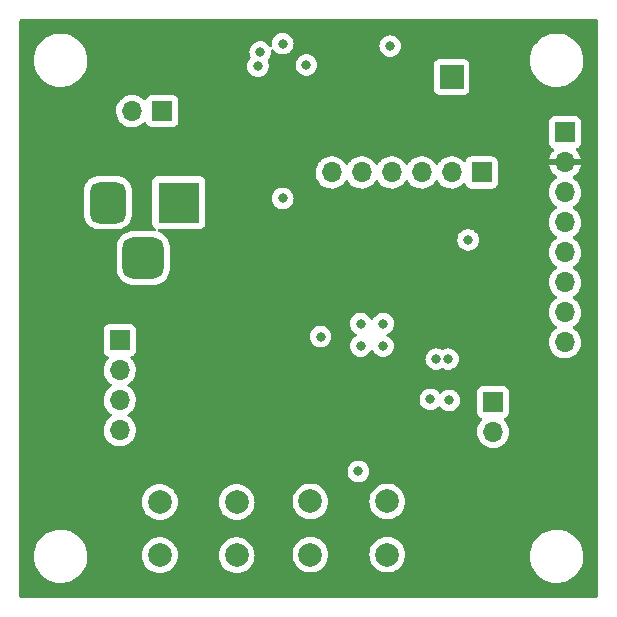
<source format=gbr>
%TF.GenerationSoftware,KiCad,Pcbnew,6.0.9-8da3e8f707~117~ubuntu22.04.1*%
%TF.CreationDate,2023-05-10T19:22:08-04:00*%
%TF.ProjectId,a2bikelight,61326269-6b65-46c6-9967-68742e6b6963,rev?*%
%TF.SameCoordinates,Original*%
%TF.FileFunction,Copper,L3,Inr*%
%TF.FilePolarity,Positive*%
%FSLAX46Y46*%
G04 Gerber Fmt 4.6, Leading zero omitted, Abs format (unit mm)*
G04 Created by KiCad (PCBNEW 6.0.9-8da3e8f707~117~ubuntu22.04.1) date 2023-05-10 19:22:08*
%MOMM*%
%LPD*%
G01*
G04 APERTURE LIST*
G04 Aperture macros list*
%AMRoundRect*
0 Rectangle with rounded corners*
0 $1 Rounding radius*
0 $2 $3 $4 $5 $6 $7 $8 $9 X,Y pos of 4 corners*
0 Add a 4 corners polygon primitive as box body*
4,1,4,$2,$3,$4,$5,$6,$7,$8,$9,$2,$3,0*
0 Add four circle primitives for the rounded corners*
1,1,$1+$1,$2,$3*
1,1,$1+$1,$4,$5*
1,1,$1+$1,$6,$7*
1,1,$1+$1,$8,$9*
0 Add four rect primitives between the rounded corners*
20,1,$1+$1,$2,$3,$4,$5,0*
20,1,$1+$1,$4,$5,$6,$7,0*
20,1,$1+$1,$6,$7,$8,$9,0*
20,1,$1+$1,$8,$9,$2,$3,0*%
G04 Aperture macros list end*
%TA.AperFunction,ComponentPad*%
%ADD10R,1.700000X1.700000*%
%TD*%
%TA.AperFunction,ComponentPad*%
%ADD11O,1.700000X1.700000*%
%TD*%
%TA.AperFunction,ComponentPad*%
%ADD12R,2.000000X2.000000*%
%TD*%
%TA.AperFunction,ComponentPad*%
%ADD13C,2.000000*%
%TD*%
%TA.AperFunction,ComponentPad*%
%ADD14R,3.500000X3.500000*%
%TD*%
%TA.AperFunction,ComponentPad*%
%ADD15RoundRect,0.750000X-0.750000X-1.000000X0.750000X-1.000000X0.750000X1.000000X-0.750000X1.000000X0*%
%TD*%
%TA.AperFunction,ComponentPad*%
%ADD16RoundRect,0.875000X-0.875000X-0.875000X0.875000X-0.875000X0.875000X0.875000X-0.875000X0.875000X0*%
%TD*%
%TA.AperFunction,ViaPad*%
%ADD17C,0.800000*%
%TD*%
G04 APERTURE END LIST*
D10*
%TO.N,Net-(J5-Pad1)*%
%TO.C,J5*%
X140600000Y-132925000D03*
D11*
%TO.N,Net-(J5-Pad2)*%
X140600000Y-135465000D03*
%TD*%
D12*
%TO.N,GND*%
%TO.C,TP1*%
X137100000Y-105400000D03*
%TD*%
D13*
%TO.N,GND*%
%TO.C,SW1*%
X125150000Y-145850000D03*
X131650000Y-145850000D03*
%TO.N,BUTTON*%
X131650000Y-141350000D03*
X125150000Y-141350000D03*
%TD*%
D10*
%TO.N,Net-(D1-Pad2)*%
%TO.C,J2*%
X112600000Y-108300000D03*
D11*
%TO.N,GND*%
X110060000Y-108300000D03*
%TD*%
D13*
%TO.N,GND*%
%TO.C,SW2*%
X112400000Y-145900000D03*
X118900000Y-145900000D03*
%TO.N,NRESET*%
X112400000Y-141400000D03*
X118900000Y-141400000D03*
%TD*%
D10*
%TO.N,GND*%
%TO.C,J4*%
X139650000Y-113500000D03*
D11*
%TO.N,unconnected-(J4-Pad2)*%
X137110000Y-113500000D03*
%TO.N,unconnected-(J4-Pad3)*%
X134570000Y-113500000D03*
%TO.N,SERIAL_INCOMING*%
X132030000Y-113500000D03*
%TO.N,SERIAL_OUTGOING*%
X129490000Y-113500000D03*
%TO.N,unconnected-(J4-Pad6)*%
X126950000Y-113500000D03*
%TD*%
D10*
%TO.N,VIN*%
%TO.C,J6*%
X146700000Y-110100000D03*
D11*
%TO.N,+3V3*%
X146700000Y-112640000D03*
%TO.N,PD6*%
X146700000Y-115180000D03*
%TO.N,PD5*%
X146700000Y-117720000D03*
%TO.N,PD4*%
X146700000Y-120260000D03*
%TO.N,PB7*%
X146700000Y-122800000D03*
%TO.N,LIGHT*%
X146700000Y-125340000D03*
%TO.N,GND*%
X146700000Y-127880000D03*
%TD*%
D14*
%TO.N,Net-(D1-Pad2)*%
%TO.C,J1*%
X114000000Y-116042500D03*
D15*
%TO.N,GND*%
X108000000Y-116042500D03*
D16*
X111000000Y-120742500D03*
%TD*%
D10*
%TO.N,unconnected-(J3-Pad1)*%
%TO.C,J3*%
X109000000Y-127700000D03*
D11*
%TO.N,SWIM*%
X109000000Y-130240000D03*
%TO.N,GND*%
X109000000Y-132780000D03*
%TO.N,NRESET*%
X109000000Y-135320000D03*
%TD*%
D17*
%TO.N,GND*%
X135300000Y-132700000D03*
X136900000Y-132800000D03*
X135800000Y-129300000D03*
X136800000Y-129300000D03*
X129200000Y-138800000D03*
X131300000Y-128200000D03*
X129400000Y-128200000D03*
X131300000Y-126300000D03*
X129400000Y-126300000D03*
X122800000Y-115700000D03*
X120700000Y-104500000D03*
X124800000Y-104400000D03*
X122800000Y-102600000D03*
X120900000Y-103300000D03*
X131900000Y-102800000D03*
X126000000Y-127400000D03*
X138500000Y-119200000D03*
%TO.N,+3V3*%
X137300000Y-124200000D03*
X126000000Y-131400000D03*
X124900000Y-107500000D03*
X120700000Y-106100000D03*
X139000000Y-123600000D03*
X137400000Y-117400000D03*
X131700000Y-107400000D03*
X125000000Y-106400000D03*
X127000000Y-107500000D03*
X126900000Y-106000000D03*
X120900000Y-107600000D03*
%TD*%
%TA.AperFunction,Conductor*%
%TO.N,+3V3*%
G36*
X149433621Y-100528502D02*
G01*
X149480114Y-100582158D01*
X149491500Y-100634500D01*
X149491500Y-149365500D01*
X149471498Y-149433621D01*
X149417842Y-149480114D01*
X149365500Y-149491500D01*
X100634500Y-149491500D01*
X100566379Y-149471498D01*
X100519886Y-149417842D01*
X100508500Y-149365500D01*
X100508500Y-146047404D01*
X101736941Y-146047404D01*
X101737304Y-146051552D01*
X101737304Y-146051556D01*
X101745176Y-146141524D01*
X101763091Y-146346292D01*
X101764001Y-146350364D01*
X101764002Y-146350369D01*
X101816887Y-146586963D01*
X101828540Y-146639095D01*
X101932140Y-146920671D01*
X101934084Y-146924359D01*
X101934088Y-146924367D01*
X102040797Y-147126759D01*
X102072069Y-147186071D01*
X102245871Y-147430633D01*
X102450490Y-147650061D01*
X102682333Y-147840498D01*
X102937325Y-147998600D01*
X103210988Y-148121589D01*
X103385368Y-148173574D01*
X103494514Y-148206112D01*
X103494516Y-148206112D01*
X103498513Y-148207304D01*
X103502633Y-148207957D01*
X103502635Y-148207957D01*
X103621509Y-148226785D01*
X103794848Y-148254239D01*
X103837577Y-148256179D01*
X103887262Y-148258436D01*
X103887281Y-148258436D01*
X103888681Y-148258500D01*
X104076107Y-148258500D01*
X104299370Y-148243671D01*
X104303464Y-148242846D01*
X104303468Y-148242845D01*
X104444513Y-148214405D01*
X104593480Y-148184368D01*
X104877163Y-148086688D01*
X104880896Y-148084819D01*
X104880900Y-148084817D01*
X105141691Y-147954222D01*
X105141693Y-147954221D01*
X105145435Y-147952347D01*
X105393584Y-147783706D01*
X105617248Y-147583726D01*
X105619966Y-147580555D01*
X105809779Y-147359097D01*
X105809782Y-147359093D01*
X105812499Y-147355923D01*
X105814773Y-147352421D01*
X105814777Y-147352416D01*
X105973628Y-147107807D01*
X105973631Y-147107802D01*
X105975907Y-147104297D01*
X105990210Y-147074176D01*
X106102804Y-146837052D01*
X106104600Y-146833270D01*
X106134734Y-146739416D01*
X106195038Y-146551591D01*
X106195038Y-146551590D01*
X106196318Y-146547604D01*
X106227884Y-146372167D01*
X106248709Y-146256425D01*
X106248710Y-146256420D01*
X106249448Y-146252316D01*
X106254480Y-146141524D01*
X106262870Y-145956766D01*
X106262870Y-145956760D01*
X106263059Y-145952596D01*
X106258458Y-145900000D01*
X110886835Y-145900000D01*
X110905465Y-146136711D01*
X110960895Y-146367594D01*
X110962788Y-146372165D01*
X110962789Y-146372167D01*
X111037109Y-146551591D01*
X111051760Y-146586963D01*
X111054346Y-146591183D01*
X111173241Y-146785202D01*
X111173245Y-146785208D01*
X111175824Y-146789416D01*
X111330031Y-146969969D01*
X111510584Y-147124176D01*
X111514792Y-147126755D01*
X111514798Y-147126759D01*
X111634537Y-147200135D01*
X111713037Y-147248240D01*
X111717607Y-147250133D01*
X111717611Y-147250135D01*
X111927833Y-147337211D01*
X111932406Y-147339105D01*
X112002458Y-147355923D01*
X112158476Y-147393380D01*
X112158482Y-147393381D01*
X112163289Y-147394535D01*
X112400000Y-147413165D01*
X112636711Y-147394535D01*
X112641518Y-147393381D01*
X112641524Y-147393380D01*
X112797542Y-147355923D01*
X112867594Y-147339105D01*
X112872167Y-147337211D01*
X113082389Y-147250135D01*
X113082393Y-147250133D01*
X113086963Y-147248240D01*
X113165463Y-147200135D01*
X113285202Y-147126759D01*
X113285208Y-147126755D01*
X113289416Y-147124176D01*
X113469969Y-146969969D01*
X113624176Y-146789416D01*
X113626755Y-146785208D01*
X113626759Y-146785202D01*
X113745654Y-146591183D01*
X113748240Y-146586963D01*
X113762892Y-146551591D01*
X113837211Y-146372167D01*
X113837212Y-146372165D01*
X113839105Y-146367594D01*
X113894535Y-146136711D01*
X113913165Y-145900000D01*
X117386835Y-145900000D01*
X117405465Y-146136711D01*
X117460895Y-146367594D01*
X117462788Y-146372165D01*
X117462789Y-146372167D01*
X117537109Y-146551591D01*
X117551760Y-146586963D01*
X117554346Y-146591183D01*
X117673241Y-146785202D01*
X117673245Y-146785208D01*
X117675824Y-146789416D01*
X117830031Y-146969969D01*
X118010584Y-147124176D01*
X118014792Y-147126755D01*
X118014798Y-147126759D01*
X118134537Y-147200135D01*
X118213037Y-147248240D01*
X118217607Y-147250133D01*
X118217611Y-147250135D01*
X118427833Y-147337211D01*
X118432406Y-147339105D01*
X118502458Y-147355923D01*
X118658476Y-147393380D01*
X118658482Y-147393381D01*
X118663289Y-147394535D01*
X118900000Y-147413165D01*
X119136711Y-147394535D01*
X119141518Y-147393381D01*
X119141524Y-147393380D01*
X119297542Y-147355923D01*
X119367594Y-147339105D01*
X119372167Y-147337211D01*
X119582389Y-147250135D01*
X119582393Y-147250133D01*
X119586963Y-147248240D01*
X119665463Y-147200135D01*
X119785202Y-147126759D01*
X119785208Y-147126755D01*
X119789416Y-147124176D01*
X119969969Y-146969969D01*
X120124176Y-146789416D01*
X120126755Y-146785208D01*
X120126759Y-146785202D01*
X120245654Y-146591183D01*
X120248240Y-146586963D01*
X120262892Y-146551591D01*
X120337211Y-146372167D01*
X120337212Y-146372165D01*
X120339105Y-146367594D01*
X120394535Y-146136711D01*
X120413165Y-145900000D01*
X120409230Y-145850000D01*
X123636835Y-145850000D01*
X123655465Y-146086711D01*
X123710895Y-146317594D01*
X123712788Y-146322165D01*
X123712789Y-146322167D01*
X123733500Y-146372167D01*
X123801760Y-146536963D01*
X123804346Y-146541183D01*
X123923241Y-146735202D01*
X123923245Y-146735208D01*
X123925824Y-146739416D01*
X124080031Y-146919969D01*
X124260584Y-147074176D01*
X124264792Y-147076755D01*
X124264798Y-147076759D01*
X124336936Y-147120965D01*
X124463037Y-147198240D01*
X124467607Y-147200133D01*
X124467611Y-147200135D01*
X124577505Y-147245654D01*
X124682406Y-147289105D01*
X124762609Y-147308360D01*
X124908476Y-147343380D01*
X124908482Y-147343381D01*
X124913289Y-147344535D01*
X125150000Y-147363165D01*
X125386711Y-147344535D01*
X125391518Y-147343381D01*
X125391524Y-147343380D01*
X125537391Y-147308360D01*
X125617594Y-147289105D01*
X125722495Y-147245654D01*
X125832389Y-147200135D01*
X125832393Y-147200133D01*
X125836963Y-147198240D01*
X125963064Y-147120965D01*
X126035202Y-147076759D01*
X126035208Y-147076755D01*
X126039416Y-147074176D01*
X126219969Y-146919969D01*
X126374176Y-146739416D01*
X126376755Y-146735208D01*
X126376759Y-146735202D01*
X126495654Y-146541183D01*
X126498240Y-146536963D01*
X126566501Y-146372167D01*
X126587211Y-146322167D01*
X126587212Y-146322165D01*
X126589105Y-146317594D01*
X126644535Y-146086711D01*
X126663165Y-145850000D01*
X130136835Y-145850000D01*
X130155465Y-146086711D01*
X130210895Y-146317594D01*
X130212788Y-146322165D01*
X130212789Y-146322167D01*
X130233500Y-146372167D01*
X130301760Y-146536963D01*
X130304346Y-146541183D01*
X130423241Y-146735202D01*
X130423245Y-146735208D01*
X130425824Y-146739416D01*
X130580031Y-146919969D01*
X130760584Y-147074176D01*
X130764792Y-147076755D01*
X130764798Y-147076759D01*
X130836936Y-147120965D01*
X130963037Y-147198240D01*
X130967607Y-147200133D01*
X130967611Y-147200135D01*
X131077505Y-147245654D01*
X131182406Y-147289105D01*
X131262609Y-147308360D01*
X131408476Y-147343380D01*
X131408482Y-147343381D01*
X131413289Y-147344535D01*
X131650000Y-147363165D01*
X131886711Y-147344535D01*
X131891518Y-147343381D01*
X131891524Y-147343380D01*
X132037391Y-147308360D01*
X132117594Y-147289105D01*
X132222495Y-147245654D01*
X132332389Y-147200135D01*
X132332393Y-147200133D01*
X132336963Y-147198240D01*
X132463064Y-147120965D01*
X132535202Y-147076759D01*
X132535208Y-147076755D01*
X132539416Y-147074176D01*
X132719969Y-146919969D01*
X132874176Y-146739416D01*
X132876755Y-146735208D01*
X132876759Y-146735202D01*
X132995654Y-146541183D01*
X132998240Y-146536963D01*
X133066501Y-146372167D01*
X133087211Y-146322167D01*
X133087212Y-146322165D01*
X133089105Y-146317594D01*
X133144535Y-146086711D01*
X133147629Y-146047404D01*
X143736941Y-146047404D01*
X143737304Y-146051552D01*
X143737304Y-146051556D01*
X143745176Y-146141524D01*
X143763091Y-146346292D01*
X143764001Y-146350364D01*
X143764002Y-146350369D01*
X143816887Y-146586963D01*
X143828540Y-146639095D01*
X143932140Y-146920671D01*
X143934084Y-146924359D01*
X143934088Y-146924367D01*
X144040797Y-147126759D01*
X144072069Y-147186071D01*
X144245871Y-147430633D01*
X144450490Y-147650061D01*
X144682333Y-147840498D01*
X144937325Y-147998600D01*
X145210988Y-148121589D01*
X145385368Y-148173574D01*
X145494514Y-148206112D01*
X145494516Y-148206112D01*
X145498513Y-148207304D01*
X145502633Y-148207957D01*
X145502635Y-148207957D01*
X145621509Y-148226785D01*
X145794848Y-148254239D01*
X145837577Y-148256179D01*
X145887262Y-148258436D01*
X145887281Y-148258436D01*
X145888681Y-148258500D01*
X146076107Y-148258500D01*
X146299370Y-148243671D01*
X146303464Y-148242846D01*
X146303468Y-148242845D01*
X146444513Y-148214405D01*
X146593480Y-148184368D01*
X146877163Y-148086688D01*
X146880896Y-148084819D01*
X146880900Y-148084817D01*
X147141691Y-147954222D01*
X147141693Y-147954221D01*
X147145435Y-147952347D01*
X147393584Y-147783706D01*
X147617248Y-147583726D01*
X147619966Y-147580555D01*
X147809779Y-147359097D01*
X147809782Y-147359093D01*
X147812499Y-147355923D01*
X147814773Y-147352421D01*
X147814777Y-147352416D01*
X147973628Y-147107807D01*
X147973631Y-147107802D01*
X147975907Y-147104297D01*
X147990210Y-147074176D01*
X148102804Y-146837052D01*
X148104600Y-146833270D01*
X148134734Y-146739416D01*
X148195038Y-146551591D01*
X148195038Y-146551590D01*
X148196318Y-146547604D01*
X148227884Y-146372167D01*
X148248709Y-146256425D01*
X148248710Y-146256420D01*
X148249448Y-146252316D01*
X148254480Y-146141524D01*
X148262870Y-145956766D01*
X148262870Y-145956760D01*
X148263059Y-145952596D01*
X148258458Y-145900000D01*
X148237273Y-145657870D01*
X148236909Y-145653708D01*
X148227875Y-145613289D01*
X148172372Y-145364984D01*
X148172371Y-145364981D01*
X148171460Y-145360905D01*
X148067860Y-145079329D01*
X148065916Y-145075641D01*
X148065912Y-145075633D01*
X147929884Y-144817633D01*
X147929883Y-144817632D01*
X147927931Y-144813929D01*
X147754129Y-144569367D01*
X147549510Y-144349939D01*
X147317667Y-144159502D01*
X147062675Y-144001400D01*
X146789012Y-143878411D01*
X146575650Y-143814805D01*
X146505486Y-143793888D01*
X146505484Y-143793888D01*
X146501487Y-143792696D01*
X146497367Y-143792043D01*
X146497365Y-143792043D01*
X146378491Y-143773215D01*
X146205152Y-143745761D01*
X146162423Y-143743821D01*
X146112738Y-143741564D01*
X146112719Y-143741564D01*
X146111319Y-143741500D01*
X145923893Y-143741500D01*
X145700630Y-143756329D01*
X145696536Y-143757154D01*
X145696532Y-143757155D01*
X145555487Y-143785595D01*
X145406520Y-143815632D01*
X145122837Y-143913312D01*
X145119104Y-143915181D01*
X145119100Y-143915183D01*
X144858309Y-144045778D01*
X144854565Y-144047653D01*
X144606416Y-144216294D01*
X144382752Y-144416274D01*
X144380035Y-144419444D01*
X144380034Y-144419445D01*
X144200394Y-144629035D01*
X144187501Y-144644077D01*
X144185227Y-144647579D01*
X144185223Y-144647584D01*
X144026372Y-144892193D01*
X144024093Y-144895703D01*
X143895400Y-145166730D01*
X143894121Y-145170713D01*
X143894120Y-145170716D01*
X143811568Y-145427833D01*
X143803682Y-145452396D01*
X143750552Y-145747684D01*
X143750363Y-145751851D01*
X143750362Y-145751858D01*
X143743635Y-145900000D01*
X143736941Y-146047404D01*
X133147629Y-146047404D01*
X133163165Y-145850000D01*
X133144535Y-145613289D01*
X133089105Y-145382406D01*
X132998240Y-145163037D01*
X132949346Y-145083249D01*
X132876759Y-144964798D01*
X132876755Y-144964792D01*
X132874176Y-144960584D01*
X132719969Y-144780031D01*
X132539416Y-144625824D01*
X132535208Y-144623245D01*
X132535202Y-144623241D01*
X132341183Y-144504346D01*
X132336963Y-144501760D01*
X132332393Y-144499867D01*
X132332389Y-144499865D01*
X132122167Y-144412789D01*
X132122165Y-144412788D01*
X132117594Y-144410895D01*
X132017377Y-144386835D01*
X131891524Y-144356620D01*
X131891518Y-144356619D01*
X131886711Y-144355465D01*
X131650000Y-144336835D01*
X131413289Y-144355465D01*
X131408482Y-144356619D01*
X131408476Y-144356620D01*
X131282623Y-144386835D01*
X131182406Y-144410895D01*
X131177835Y-144412788D01*
X131177833Y-144412789D01*
X130967611Y-144499865D01*
X130967607Y-144499867D01*
X130963037Y-144501760D01*
X130958817Y-144504346D01*
X130764798Y-144623241D01*
X130764792Y-144623245D01*
X130760584Y-144625824D01*
X130580031Y-144780031D01*
X130425824Y-144960584D01*
X130423245Y-144964792D01*
X130423241Y-144964798D01*
X130350654Y-145083249D01*
X130301760Y-145163037D01*
X130210895Y-145382406D01*
X130155465Y-145613289D01*
X130136835Y-145850000D01*
X126663165Y-145850000D01*
X126644535Y-145613289D01*
X126589105Y-145382406D01*
X126498240Y-145163037D01*
X126449346Y-145083249D01*
X126376759Y-144964798D01*
X126376755Y-144964792D01*
X126374176Y-144960584D01*
X126219969Y-144780031D01*
X126039416Y-144625824D01*
X126035208Y-144623245D01*
X126035202Y-144623241D01*
X125841183Y-144504346D01*
X125836963Y-144501760D01*
X125832393Y-144499867D01*
X125832389Y-144499865D01*
X125622167Y-144412789D01*
X125622165Y-144412788D01*
X125617594Y-144410895D01*
X125517377Y-144386835D01*
X125391524Y-144356620D01*
X125391518Y-144356619D01*
X125386711Y-144355465D01*
X125150000Y-144336835D01*
X124913289Y-144355465D01*
X124908482Y-144356619D01*
X124908476Y-144356620D01*
X124782623Y-144386835D01*
X124682406Y-144410895D01*
X124677835Y-144412788D01*
X124677833Y-144412789D01*
X124467611Y-144499865D01*
X124467607Y-144499867D01*
X124463037Y-144501760D01*
X124458817Y-144504346D01*
X124264798Y-144623241D01*
X124264792Y-144623245D01*
X124260584Y-144625824D01*
X124080031Y-144780031D01*
X123925824Y-144960584D01*
X123923245Y-144964792D01*
X123923241Y-144964798D01*
X123850654Y-145083249D01*
X123801760Y-145163037D01*
X123710895Y-145382406D01*
X123655465Y-145613289D01*
X123636835Y-145850000D01*
X120409230Y-145850000D01*
X120394535Y-145663289D01*
X120393235Y-145657870D01*
X120340260Y-145437218D01*
X120339105Y-145432406D01*
X120320388Y-145387218D01*
X120250135Y-145217611D01*
X120250133Y-145217607D01*
X120248240Y-145213037D01*
X120215014Y-145158817D01*
X120126759Y-145014798D01*
X120126755Y-145014792D01*
X120124176Y-145010584D01*
X119969969Y-144830031D01*
X119789416Y-144675824D01*
X119785208Y-144673245D01*
X119785202Y-144673241D01*
X119591183Y-144554346D01*
X119586963Y-144551760D01*
X119582393Y-144549867D01*
X119582389Y-144549865D01*
X119372167Y-144462789D01*
X119372165Y-144462788D01*
X119367594Y-144460895D01*
X119287391Y-144441640D01*
X119141524Y-144406620D01*
X119141518Y-144406619D01*
X119136711Y-144405465D01*
X118900000Y-144386835D01*
X118663289Y-144405465D01*
X118658482Y-144406619D01*
X118658476Y-144406620D01*
X118512609Y-144441640D01*
X118432406Y-144460895D01*
X118427835Y-144462788D01*
X118427833Y-144462789D01*
X118217611Y-144549865D01*
X118217607Y-144549867D01*
X118213037Y-144551760D01*
X118208817Y-144554346D01*
X118014798Y-144673241D01*
X118014792Y-144673245D01*
X118010584Y-144675824D01*
X117830031Y-144830031D01*
X117675824Y-145010584D01*
X117673245Y-145014792D01*
X117673241Y-145014798D01*
X117584986Y-145158817D01*
X117551760Y-145213037D01*
X117549867Y-145217607D01*
X117549865Y-145217611D01*
X117479612Y-145387218D01*
X117460895Y-145432406D01*
X117459740Y-145437218D01*
X117406766Y-145657870D01*
X117405465Y-145663289D01*
X117386835Y-145900000D01*
X113913165Y-145900000D01*
X113894535Y-145663289D01*
X113893235Y-145657870D01*
X113840260Y-145437218D01*
X113839105Y-145432406D01*
X113820388Y-145387218D01*
X113750135Y-145217611D01*
X113750133Y-145217607D01*
X113748240Y-145213037D01*
X113715014Y-145158817D01*
X113626759Y-145014798D01*
X113626755Y-145014792D01*
X113624176Y-145010584D01*
X113469969Y-144830031D01*
X113289416Y-144675824D01*
X113285208Y-144673245D01*
X113285202Y-144673241D01*
X113091183Y-144554346D01*
X113086963Y-144551760D01*
X113082393Y-144549867D01*
X113082389Y-144549865D01*
X112872167Y-144462789D01*
X112872165Y-144462788D01*
X112867594Y-144460895D01*
X112787391Y-144441640D01*
X112641524Y-144406620D01*
X112641518Y-144406619D01*
X112636711Y-144405465D01*
X112400000Y-144386835D01*
X112163289Y-144405465D01*
X112158482Y-144406619D01*
X112158476Y-144406620D01*
X112012609Y-144441640D01*
X111932406Y-144460895D01*
X111927835Y-144462788D01*
X111927833Y-144462789D01*
X111717611Y-144549865D01*
X111717607Y-144549867D01*
X111713037Y-144551760D01*
X111708817Y-144554346D01*
X111514798Y-144673241D01*
X111514792Y-144673245D01*
X111510584Y-144675824D01*
X111330031Y-144830031D01*
X111175824Y-145010584D01*
X111173245Y-145014792D01*
X111173241Y-145014798D01*
X111084986Y-145158817D01*
X111051760Y-145213037D01*
X111049867Y-145217607D01*
X111049865Y-145217611D01*
X110979612Y-145387218D01*
X110960895Y-145432406D01*
X110959740Y-145437218D01*
X110906766Y-145657870D01*
X110905465Y-145663289D01*
X110886835Y-145900000D01*
X106258458Y-145900000D01*
X106237273Y-145657870D01*
X106236909Y-145653708D01*
X106227875Y-145613289D01*
X106172372Y-145364984D01*
X106172371Y-145364981D01*
X106171460Y-145360905D01*
X106067860Y-145079329D01*
X106065916Y-145075641D01*
X106065912Y-145075633D01*
X105929884Y-144817633D01*
X105929883Y-144817632D01*
X105927931Y-144813929D01*
X105754129Y-144569367D01*
X105549510Y-144349939D01*
X105317667Y-144159502D01*
X105062675Y-144001400D01*
X104789012Y-143878411D01*
X104575650Y-143814805D01*
X104505486Y-143793888D01*
X104505484Y-143793888D01*
X104501487Y-143792696D01*
X104497367Y-143792043D01*
X104497365Y-143792043D01*
X104378491Y-143773215D01*
X104205152Y-143745761D01*
X104162423Y-143743821D01*
X104112738Y-143741564D01*
X104112719Y-143741564D01*
X104111319Y-143741500D01*
X103923893Y-143741500D01*
X103700630Y-143756329D01*
X103696536Y-143757154D01*
X103696532Y-143757155D01*
X103555487Y-143785595D01*
X103406520Y-143815632D01*
X103122837Y-143913312D01*
X103119104Y-143915181D01*
X103119100Y-143915183D01*
X102858309Y-144045778D01*
X102854565Y-144047653D01*
X102606416Y-144216294D01*
X102382752Y-144416274D01*
X102380035Y-144419444D01*
X102380034Y-144419445D01*
X102200394Y-144629035D01*
X102187501Y-144644077D01*
X102185227Y-144647579D01*
X102185223Y-144647584D01*
X102026372Y-144892193D01*
X102024093Y-144895703D01*
X101895400Y-145166730D01*
X101894121Y-145170713D01*
X101894120Y-145170716D01*
X101811568Y-145427833D01*
X101803682Y-145452396D01*
X101750552Y-145747684D01*
X101750363Y-145751851D01*
X101750362Y-145751858D01*
X101743635Y-145900000D01*
X101736941Y-146047404D01*
X100508500Y-146047404D01*
X100508500Y-141400000D01*
X110886835Y-141400000D01*
X110905465Y-141636711D01*
X110960895Y-141867594D01*
X111051760Y-142086963D01*
X111054346Y-142091183D01*
X111173241Y-142285202D01*
X111173245Y-142285208D01*
X111175824Y-142289416D01*
X111330031Y-142469969D01*
X111510584Y-142624176D01*
X111514792Y-142626755D01*
X111514798Y-142626759D01*
X111634537Y-142700135D01*
X111713037Y-142748240D01*
X111717607Y-142750133D01*
X111717611Y-142750135D01*
X111927833Y-142837211D01*
X111932406Y-142839105D01*
X112012609Y-142858360D01*
X112158476Y-142893380D01*
X112158482Y-142893381D01*
X112163289Y-142894535D01*
X112400000Y-142913165D01*
X112636711Y-142894535D01*
X112641518Y-142893381D01*
X112641524Y-142893380D01*
X112787391Y-142858360D01*
X112867594Y-142839105D01*
X112872167Y-142837211D01*
X113082389Y-142750135D01*
X113082393Y-142750133D01*
X113086963Y-142748240D01*
X113165463Y-142700135D01*
X113285202Y-142626759D01*
X113285208Y-142626755D01*
X113289416Y-142624176D01*
X113469969Y-142469969D01*
X113624176Y-142289416D01*
X113626755Y-142285208D01*
X113626759Y-142285202D01*
X113745654Y-142091183D01*
X113748240Y-142086963D01*
X113839105Y-141867594D01*
X113894535Y-141636711D01*
X113913165Y-141400000D01*
X117386835Y-141400000D01*
X117405465Y-141636711D01*
X117460895Y-141867594D01*
X117551760Y-142086963D01*
X117554346Y-142091183D01*
X117673241Y-142285202D01*
X117673245Y-142285208D01*
X117675824Y-142289416D01*
X117830031Y-142469969D01*
X118010584Y-142624176D01*
X118014792Y-142626755D01*
X118014798Y-142626759D01*
X118134537Y-142700135D01*
X118213037Y-142748240D01*
X118217607Y-142750133D01*
X118217611Y-142750135D01*
X118427833Y-142837211D01*
X118432406Y-142839105D01*
X118512609Y-142858360D01*
X118658476Y-142893380D01*
X118658482Y-142893381D01*
X118663289Y-142894535D01*
X118900000Y-142913165D01*
X119136711Y-142894535D01*
X119141518Y-142893381D01*
X119141524Y-142893380D01*
X119287391Y-142858360D01*
X119367594Y-142839105D01*
X119372167Y-142837211D01*
X119582389Y-142750135D01*
X119582393Y-142750133D01*
X119586963Y-142748240D01*
X119665463Y-142700135D01*
X119785202Y-142626759D01*
X119785208Y-142626755D01*
X119789416Y-142624176D01*
X119969969Y-142469969D01*
X120124176Y-142289416D01*
X120126755Y-142285208D01*
X120126759Y-142285202D01*
X120245654Y-142091183D01*
X120248240Y-142086963D01*
X120339105Y-141867594D01*
X120394535Y-141636711D01*
X120413165Y-141400000D01*
X120409230Y-141350000D01*
X123636835Y-141350000D01*
X123655465Y-141586711D01*
X123710895Y-141817594D01*
X123712788Y-141822165D01*
X123712789Y-141822167D01*
X123733500Y-141872167D01*
X123801760Y-142036963D01*
X123804346Y-142041183D01*
X123923241Y-142235202D01*
X123923245Y-142235208D01*
X123925824Y-142239416D01*
X124080031Y-142419969D01*
X124260584Y-142574176D01*
X124264792Y-142576755D01*
X124264798Y-142576759D01*
X124336936Y-142620965D01*
X124463037Y-142698240D01*
X124467607Y-142700133D01*
X124467611Y-142700135D01*
X124577505Y-142745654D01*
X124682406Y-142789105D01*
X124762609Y-142808360D01*
X124908476Y-142843380D01*
X124908482Y-142843381D01*
X124913289Y-142844535D01*
X125150000Y-142863165D01*
X125386711Y-142844535D01*
X125391518Y-142843381D01*
X125391524Y-142843380D01*
X125537391Y-142808360D01*
X125617594Y-142789105D01*
X125722495Y-142745654D01*
X125832389Y-142700135D01*
X125832393Y-142700133D01*
X125836963Y-142698240D01*
X125963064Y-142620965D01*
X126035202Y-142576759D01*
X126035208Y-142576755D01*
X126039416Y-142574176D01*
X126219969Y-142419969D01*
X126374176Y-142239416D01*
X126376755Y-142235208D01*
X126376759Y-142235202D01*
X126495654Y-142041183D01*
X126498240Y-142036963D01*
X126566501Y-141872167D01*
X126587211Y-141822167D01*
X126587212Y-141822165D01*
X126589105Y-141817594D01*
X126644535Y-141586711D01*
X126663165Y-141350000D01*
X130136835Y-141350000D01*
X130155465Y-141586711D01*
X130210895Y-141817594D01*
X130212788Y-141822165D01*
X130212789Y-141822167D01*
X130233500Y-141872167D01*
X130301760Y-142036963D01*
X130304346Y-142041183D01*
X130423241Y-142235202D01*
X130423245Y-142235208D01*
X130425824Y-142239416D01*
X130580031Y-142419969D01*
X130760584Y-142574176D01*
X130764792Y-142576755D01*
X130764798Y-142576759D01*
X130836936Y-142620965D01*
X130963037Y-142698240D01*
X130967607Y-142700133D01*
X130967611Y-142700135D01*
X131077505Y-142745654D01*
X131182406Y-142789105D01*
X131262609Y-142808360D01*
X131408476Y-142843380D01*
X131408482Y-142843381D01*
X131413289Y-142844535D01*
X131650000Y-142863165D01*
X131886711Y-142844535D01*
X131891518Y-142843381D01*
X131891524Y-142843380D01*
X132037391Y-142808360D01*
X132117594Y-142789105D01*
X132222495Y-142745654D01*
X132332389Y-142700135D01*
X132332393Y-142700133D01*
X132336963Y-142698240D01*
X132463064Y-142620965D01*
X132535202Y-142576759D01*
X132535208Y-142576755D01*
X132539416Y-142574176D01*
X132719969Y-142419969D01*
X132874176Y-142239416D01*
X132876755Y-142235208D01*
X132876759Y-142235202D01*
X132995654Y-142041183D01*
X132998240Y-142036963D01*
X133066501Y-141872167D01*
X133087211Y-141822167D01*
X133087212Y-141822165D01*
X133089105Y-141817594D01*
X133144535Y-141586711D01*
X133163165Y-141350000D01*
X133144535Y-141113289D01*
X133089105Y-140882406D01*
X132998240Y-140663037D01*
X132907399Y-140514798D01*
X132876759Y-140464798D01*
X132876755Y-140464792D01*
X132874176Y-140460584D01*
X132719969Y-140280031D01*
X132539416Y-140125824D01*
X132535208Y-140123245D01*
X132535202Y-140123241D01*
X132341183Y-140004346D01*
X132336963Y-140001760D01*
X132332393Y-139999867D01*
X132332389Y-139999865D01*
X132122167Y-139912789D01*
X132122165Y-139912788D01*
X132117594Y-139910895D01*
X132017377Y-139886835D01*
X131891524Y-139856620D01*
X131891518Y-139856619D01*
X131886711Y-139855465D01*
X131650000Y-139836835D01*
X131413289Y-139855465D01*
X131408482Y-139856619D01*
X131408476Y-139856620D01*
X131282623Y-139886835D01*
X131182406Y-139910895D01*
X131177835Y-139912788D01*
X131177833Y-139912789D01*
X130967611Y-139999865D01*
X130967607Y-139999867D01*
X130963037Y-140001760D01*
X130958817Y-140004346D01*
X130764798Y-140123241D01*
X130764792Y-140123245D01*
X130760584Y-140125824D01*
X130580031Y-140280031D01*
X130425824Y-140460584D01*
X130423245Y-140464792D01*
X130423241Y-140464798D01*
X130392601Y-140514798D01*
X130301760Y-140663037D01*
X130210895Y-140882406D01*
X130155465Y-141113289D01*
X130136835Y-141350000D01*
X126663165Y-141350000D01*
X126644535Y-141113289D01*
X126589105Y-140882406D01*
X126498240Y-140663037D01*
X126407399Y-140514798D01*
X126376759Y-140464798D01*
X126376755Y-140464792D01*
X126374176Y-140460584D01*
X126219969Y-140280031D01*
X126039416Y-140125824D01*
X126035208Y-140123245D01*
X126035202Y-140123241D01*
X125841183Y-140004346D01*
X125836963Y-140001760D01*
X125832393Y-139999867D01*
X125832389Y-139999865D01*
X125622167Y-139912789D01*
X125622165Y-139912788D01*
X125617594Y-139910895D01*
X125517377Y-139886835D01*
X125391524Y-139856620D01*
X125391518Y-139856619D01*
X125386711Y-139855465D01*
X125150000Y-139836835D01*
X124913289Y-139855465D01*
X124908482Y-139856619D01*
X124908476Y-139856620D01*
X124782623Y-139886835D01*
X124682406Y-139910895D01*
X124677835Y-139912788D01*
X124677833Y-139912789D01*
X124467611Y-139999865D01*
X124467607Y-139999867D01*
X124463037Y-140001760D01*
X124458817Y-140004346D01*
X124264798Y-140123241D01*
X124264792Y-140123245D01*
X124260584Y-140125824D01*
X124080031Y-140280031D01*
X123925824Y-140460584D01*
X123923245Y-140464792D01*
X123923241Y-140464798D01*
X123892601Y-140514798D01*
X123801760Y-140663037D01*
X123710895Y-140882406D01*
X123655465Y-141113289D01*
X123636835Y-141350000D01*
X120409230Y-141350000D01*
X120394535Y-141163289D01*
X120339105Y-140932406D01*
X120320388Y-140887218D01*
X120250135Y-140717611D01*
X120250133Y-140717607D01*
X120248240Y-140713037D01*
X120215014Y-140658817D01*
X120126759Y-140514798D01*
X120126755Y-140514792D01*
X120124176Y-140510584D01*
X119969969Y-140330031D01*
X119789416Y-140175824D01*
X119785208Y-140173245D01*
X119785202Y-140173241D01*
X119591183Y-140054346D01*
X119586963Y-140051760D01*
X119582393Y-140049867D01*
X119582389Y-140049865D01*
X119372167Y-139962789D01*
X119372165Y-139962788D01*
X119367594Y-139960895D01*
X119287391Y-139941640D01*
X119141524Y-139906620D01*
X119141518Y-139906619D01*
X119136711Y-139905465D01*
X118900000Y-139886835D01*
X118663289Y-139905465D01*
X118658482Y-139906619D01*
X118658476Y-139906620D01*
X118512609Y-139941640D01*
X118432406Y-139960895D01*
X118427835Y-139962788D01*
X118427833Y-139962789D01*
X118217611Y-140049865D01*
X118217607Y-140049867D01*
X118213037Y-140051760D01*
X118208817Y-140054346D01*
X118014798Y-140173241D01*
X118014792Y-140173245D01*
X118010584Y-140175824D01*
X117830031Y-140330031D01*
X117675824Y-140510584D01*
X117673245Y-140514792D01*
X117673241Y-140514798D01*
X117584986Y-140658817D01*
X117551760Y-140713037D01*
X117549867Y-140717607D01*
X117549865Y-140717611D01*
X117479612Y-140887218D01*
X117460895Y-140932406D01*
X117405465Y-141163289D01*
X117386835Y-141400000D01*
X113913165Y-141400000D01*
X113894535Y-141163289D01*
X113839105Y-140932406D01*
X113820388Y-140887218D01*
X113750135Y-140717611D01*
X113750133Y-140717607D01*
X113748240Y-140713037D01*
X113715014Y-140658817D01*
X113626759Y-140514798D01*
X113626755Y-140514792D01*
X113624176Y-140510584D01*
X113469969Y-140330031D01*
X113289416Y-140175824D01*
X113285208Y-140173245D01*
X113285202Y-140173241D01*
X113091183Y-140054346D01*
X113086963Y-140051760D01*
X113082393Y-140049867D01*
X113082389Y-140049865D01*
X112872167Y-139962789D01*
X112872165Y-139962788D01*
X112867594Y-139960895D01*
X112787391Y-139941640D01*
X112641524Y-139906620D01*
X112641518Y-139906619D01*
X112636711Y-139905465D01*
X112400000Y-139886835D01*
X112163289Y-139905465D01*
X112158482Y-139906619D01*
X112158476Y-139906620D01*
X112012609Y-139941640D01*
X111932406Y-139960895D01*
X111927835Y-139962788D01*
X111927833Y-139962789D01*
X111717611Y-140049865D01*
X111717607Y-140049867D01*
X111713037Y-140051760D01*
X111708817Y-140054346D01*
X111514798Y-140173241D01*
X111514792Y-140173245D01*
X111510584Y-140175824D01*
X111330031Y-140330031D01*
X111175824Y-140510584D01*
X111173245Y-140514792D01*
X111173241Y-140514798D01*
X111084986Y-140658817D01*
X111051760Y-140713037D01*
X111049867Y-140717607D01*
X111049865Y-140717611D01*
X110979612Y-140887218D01*
X110960895Y-140932406D01*
X110905465Y-141163289D01*
X110886835Y-141400000D01*
X100508500Y-141400000D01*
X100508500Y-138800000D01*
X128286496Y-138800000D01*
X128306458Y-138989928D01*
X128365473Y-139171556D01*
X128460960Y-139336944D01*
X128588747Y-139478866D01*
X128743248Y-139591118D01*
X128749276Y-139593802D01*
X128749278Y-139593803D01*
X128911681Y-139666109D01*
X128917712Y-139668794D01*
X129011113Y-139688647D01*
X129098056Y-139707128D01*
X129098061Y-139707128D01*
X129104513Y-139708500D01*
X129295487Y-139708500D01*
X129301939Y-139707128D01*
X129301944Y-139707128D01*
X129388887Y-139688647D01*
X129482288Y-139668794D01*
X129488319Y-139666109D01*
X129650722Y-139593803D01*
X129650724Y-139593802D01*
X129656752Y-139591118D01*
X129811253Y-139478866D01*
X129939040Y-139336944D01*
X130034527Y-139171556D01*
X130093542Y-138989928D01*
X130113504Y-138800000D01*
X130093542Y-138610072D01*
X130034527Y-138428444D01*
X129939040Y-138263056D01*
X129811253Y-138121134D01*
X129656752Y-138008882D01*
X129650724Y-138006198D01*
X129650722Y-138006197D01*
X129488319Y-137933891D01*
X129488318Y-137933891D01*
X129482288Y-137931206D01*
X129388887Y-137911353D01*
X129301944Y-137892872D01*
X129301939Y-137892872D01*
X129295487Y-137891500D01*
X129104513Y-137891500D01*
X129098061Y-137892872D01*
X129098056Y-137892872D01*
X129011113Y-137911353D01*
X128917712Y-137931206D01*
X128911682Y-137933891D01*
X128911681Y-137933891D01*
X128749278Y-138006197D01*
X128749276Y-138006198D01*
X128743248Y-138008882D01*
X128588747Y-138121134D01*
X128460960Y-138263056D01*
X128365473Y-138428444D01*
X128306458Y-138610072D01*
X128286496Y-138800000D01*
X100508500Y-138800000D01*
X100508500Y-135286695D01*
X107637251Y-135286695D01*
X107637548Y-135291848D01*
X107637548Y-135291851D01*
X107645611Y-135431695D01*
X107650110Y-135509715D01*
X107651247Y-135514761D01*
X107651248Y-135514767D01*
X107671119Y-135602939D01*
X107699222Y-135727639D01*
X107783266Y-135934616D01*
X107785965Y-135939020D01*
X107874821Y-136084020D01*
X107899987Y-136125088D01*
X108046250Y-136293938D01*
X108218126Y-136436632D01*
X108411000Y-136549338D01*
X108619692Y-136629030D01*
X108624760Y-136630061D01*
X108624763Y-136630062D01*
X108732017Y-136651883D01*
X108838597Y-136673567D01*
X108843772Y-136673757D01*
X108843774Y-136673757D01*
X109056673Y-136681564D01*
X109056677Y-136681564D01*
X109061837Y-136681753D01*
X109066957Y-136681097D01*
X109066959Y-136681097D01*
X109278288Y-136654025D01*
X109278289Y-136654025D01*
X109283416Y-136653368D01*
X109288366Y-136651883D01*
X109492429Y-136590661D01*
X109492434Y-136590659D01*
X109497384Y-136589174D01*
X109697994Y-136490896D01*
X109879860Y-136361173D01*
X109892589Y-136348489D01*
X110034435Y-136207137D01*
X110038096Y-136203489D01*
X110097594Y-136120689D01*
X110165435Y-136026277D01*
X110168453Y-136022077D01*
X110198216Y-135961857D01*
X110265136Y-135826453D01*
X110265137Y-135826451D01*
X110267430Y-135821811D01*
X110332370Y-135608069D01*
X110355591Y-135431695D01*
X139237251Y-135431695D01*
X139237548Y-135436848D01*
X139237548Y-135436851D01*
X139243011Y-135531590D01*
X139250110Y-135654715D01*
X139251247Y-135659761D01*
X139251248Y-135659767D01*
X139265408Y-135722596D01*
X139299222Y-135872639D01*
X139383266Y-136079616D01*
X139499987Y-136270088D01*
X139646250Y-136438938D01*
X139818126Y-136581632D01*
X140011000Y-136694338D01*
X140219692Y-136774030D01*
X140224760Y-136775061D01*
X140224763Y-136775062D01*
X140332017Y-136796883D01*
X140438597Y-136818567D01*
X140443772Y-136818757D01*
X140443774Y-136818757D01*
X140656673Y-136826564D01*
X140656677Y-136826564D01*
X140661837Y-136826753D01*
X140666957Y-136826097D01*
X140666959Y-136826097D01*
X140878288Y-136799025D01*
X140878289Y-136799025D01*
X140883416Y-136798368D01*
X140888366Y-136796883D01*
X141092429Y-136735661D01*
X141092434Y-136735659D01*
X141097384Y-136734174D01*
X141297994Y-136635896D01*
X141479860Y-136506173D01*
X141495191Y-136490896D01*
X141622359Y-136364171D01*
X141638096Y-136348489D01*
X141697594Y-136265689D01*
X141765435Y-136171277D01*
X141768453Y-136167077D01*
X141867430Y-135966811D01*
X141932370Y-135753069D01*
X141961529Y-135531590D01*
X141961940Y-135514767D01*
X141963074Y-135468365D01*
X141963074Y-135468361D01*
X141963156Y-135465000D01*
X141944852Y-135242361D01*
X141890431Y-135025702D01*
X141801354Y-134820840D01*
X141707549Y-134675840D01*
X141682822Y-134637617D01*
X141682820Y-134637614D01*
X141680014Y-134633277D01*
X141676532Y-134629450D01*
X141532798Y-134471488D01*
X141501746Y-134407642D01*
X141510141Y-134337143D01*
X141555317Y-134282375D01*
X141581761Y-134268706D01*
X141688297Y-134228767D01*
X141696705Y-134225615D01*
X141813261Y-134138261D01*
X141900615Y-134021705D01*
X141951745Y-133885316D01*
X141958500Y-133823134D01*
X141958500Y-132026866D01*
X141951745Y-131964684D01*
X141900615Y-131828295D01*
X141813261Y-131711739D01*
X141696705Y-131624385D01*
X141560316Y-131573255D01*
X141498134Y-131566500D01*
X139701866Y-131566500D01*
X139639684Y-131573255D01*
X139503295Y-131624385D01*
X139386739Y-131711739D01*
X139299385Y-131828295D01*
X139248255Y-131964684D01*
X139241500Y-132026866D01*
X139241500Y-133823134D01*
X139248255Y-133885316D01*
X139299385Y-134021705D01*
X139386739Y-134138261D01*
X139503295Y-134225615D01*
X139511704Y-134228767D01*
X139511705Y-134228768D01*
X139620451Y-134269535D01*
X139677216Y-134312176D01*
X139701916Y-134378738D01*
X139686709Y-134448087D01*
X139667316Y-134474568D01*
X139540629Y-134607138D01*
X139537715Y-134611410D01*
X139537714Y-134611411D01*
X139496730Y-134671492D01*
X139414743Y-134791680D01*
X139320688Y-134994305D01*
X139260989Y-135209570D01*
X139237251Y-135431695D01*
X110355591Y-135431695D01*
X110361529Y-135386590D01*
X110363156Y-135320000D01*
X110344852Y-135097361D01*
X110290431Y-134880702D01*
X110201354Y-134675840D01*
X110080014Y-134488277D01*
X109929670Y-134323051D01*
X109925619Y-134319852D01*
X109925615Y-134319848D01*
X109758414Y-134187800D01*
X109758410Y-134187798D01*
X109754359Y-134184598D01*
X109713053Y-134161796D01*
X109663084Y-134111364D01*
X109648312Y-134041921D01*
X109673428Y-133975516D01*
X109700780Y-133948909D01*
X109744603Y-133917650D01*
X109879860Y-133821173D01*
X110038096Y-133663489D01*
X110097594Y-133580689D01*
X110165435Y-133486277D01*
X110168453Y-133482077D01*
X110267430Y-133281811D01*
X110332370Y-133068069D01*
X110361529Y-132846590D01*
X110362507Y-132806565D01*
X110363074Y-132783365D01*
X110363074Y-132783361D01*
X110363156Y-132780000D01*
X110356579Y-132700000D01*
X134386496Y-132700000D01*
X134406458Y-132889928D01*
X134465473Y-133071556D01*
X134560960Y-133236944D01*
X134565378Y-133241851D01*
X134565379Y-133241852D01*
X134605024Y-133285882D01*
X134688747Y-133378866D01*
X134787843Y-133450864D01*
X134826385Y-133478866D01*
X134843248Y-133491118D01*
X134849276Y-133493802D01*
X134849278Y-133493803D01*
X135011681Y-133566109D01*
X135017712Y-133568794D01*
X135094369Y-133585088D01*
X135198056Y-133607128D01*
X135198061Y-133607128D01*
X135204513Y-133608500D01*
X135395487Y-133608500D01*
X135401939Y-133607128D01*
X135401944Y-133607128D01*
X135505631Y-133585088D01*
X135582288Y-133568794D01*
X135588319Y-133566109D01*
X135750722Y-133493803D01*
X135750724Y-133493802D01*
X135756752Y-133491118D01*
X135773616Y-133478866D01*
X135812157Y-133450864D01*
X135911253Y-133378866D01*
X135962664Y-133321769D01*
X136023109Y-133284530D01*
X136094093Y-133285882D01*
X136153078Y-133325396D01*
X136157775Y-133331428D01*
X136160960Y-133336944D01*
X136288747Y-133478866D01*
X136443248Y-133591118D01*
X136449276Y-133593802D01*
X136449278Y-133593803D01*
X136611681Y-133666109D01*
X136617712Y-133668794D01*
X136711113Y-133688647D01*
X136798056Y-133707128D01*
X136798061Y-133707128D01*
X136804513Y-133708500D01*
X136995487Y-133708500D01*
X137001939Y-133707128D01*
X137001944Y-133707128D01*
X137088887Y-133688647D01*
X137182288Y-133668794D01*
X137188319Y-133666109D01*
X137350722Y-133593803D01*
X137350724Y-133593802D01*
X137356752Y-133591118D01*
X137511253Y-133478866D01*
X137639040Y-133336944D01*
X137722478Y-133192425D01*
X137731223Y-133177279D01*
X137731224Y-133177278D01*
X137734527Y-133171556D01*
X137793542Y-132989928D01*
X137795136Y-132974767D01*
X137812814Y-132806565D01*
X137813504Y-132800000D01*
X137808443Y-132751851D01*
X137794232Y-132616635D01*
X137794232Y-132616633D01*
X137793542Y-132610072D01*
X137734527Y-132428444D01*
X137639040Y-132263056D01*
X137596194Y-132215470D01*
X137515675Y-132126045D01*
X137515671Y-132126041D01*
X137511253Y-132121134D01*
X137376829Y-132023469D01*
X137362094Y-132012763D01*
X137362093Y-132012762D01*
X137356752Y-132008882D01*
X137350724Y-132006198D01*
X137350722Y-132006197D01*
X137188319Y-131933891D01*
X137188318Y-131933891D01*
X137182288Y-131931206D01*
X137088888Y-131911353D01*
X137001944Y-131892872D01*
X137001939Y-131892872D01*
X136995487Y-131891500D01*
X136804513Y-131891500D01*
X136798061Y-131892872D01*
X136798056Y-131892872D01*
X136711112Y-131911353D01*
X136617712Y-131931206D01*
X136611682Y-131933891D01*
X136611681Y-131933891D01*
X136449278Y-132006197D01*
X136449276Y-132006198D01*
X136443248Y-132008882D01*
X136437907Y-132012762D01*
X136437906Y-132012763D01*
X136423171Y-132023469D01*
X136288747Y-132121134D01*
X136237337Y-132178231D01*
X136176891Y-132215470D01*
X136105907Y-132214118D01*
X136046922Y-132174604D01*
X136042225Y-132168572D01*
X136039040Y-132163056D01*
X135911253Y-132021134D01*
X135756752Y-131908882D01*
X135750724Y-131906198D01*
X135750722Y-131906197D01*
X135588319Y-131833891D01*
X135588318Y-131833891D01*
X135582288Y-131831206D01*
X135488888Y-131811353D01*
X135401944Y-131792872D01*
X135401939Y-131792872D01*
X135395487Y-131791500D01*
X135204513Y-131791500D01*
X135198061Y-131792872D01*
X135198056Y-131792872D01*
X135111112Y-131811353D01*
X135017712Y-131831206D01*
X135011682Y-131833891D01*
X135011681Y-131833891D01*
X134849278Y-131906197D01*
X134849276Y-131906198D01*
X134843248Y-131908882D01*
X134688747Y-132021134D01*
X134560960Y-132163056D01*
X134503225Y-132263056D01*
X134479234Y-132304610D01*
X134465473Y-132328444D01*
X134406458Y-132510072D01*
X134405768Y-132516633D01*
X134405768Y-132516635D01*
X134395948Y-132610072D01*
X134386496Y-132700000D01*
X110356579Y-132700000D01*
X110344852Y-132557361D01*
X110290431Y-132340702D01*
X110201354Y-132135840D01*
X110130856Y-132026866D01*
X110082822Y-131952617D01*
X110082820Y-131952614D01*
X110080014Y-131948277D01*
X109929670Y-131783051D01*
X109925619Y-131779852D01*
X109925615Y-131779848D01*
X109758414Y-131647800D01*
X109758410Y-131647798D01*
X109754359Y-131644598D01*
X109713053Y-131621796D01*
X109663084Y-131571364D01*
X109648312Y-131501921D01*
X109673428Y-131435516D01*
X109700780Y-131408909D01*
X109744603Y-131377650D01*
X109879860Y-131281173D01*
X110038096Y-131123489D01*
X110097594Y-131040689D01*
X110165435Y-130946277D01*
X110168453Y-130942077D01*
X110267430Y-130741811D01*
X110332370Y-130528069D01*
X110361529Y-130306590D01*
X110363156Y-130240000D01*
X110344852Y-130017361D01*
X110290431Y-129800702D01*
X110201354Y-129595840D01*
X110136898Y-129496206D01*
X110082822Y-129412617D01*
X110082820Y-129412614D01*
X110080014Y-129408277D01*
X110076532Y-129404450D01*
X109981490Y-129300000D01*
X134886496Y-129300000D01*
X134906458Y-129489928D01*
X134965473Y-129671556D01*
X135060960Y-129836944D01*
X135188747Y-129978866D01*
X135234823Y-130012342D01*
X135300000Y-130059696D01*
X135343248Y-130091118D01*
X135349276Y-130093802D01*
X135349278Y-130093803D01*
X135351248Y-130094680D01*
X135517712Y-130168794D01*
X135611113Y-130188647D01*
X135698056Y-130207128D01*
X135698061Y-130207128D01*
X135704513Y-130208500D01*
X135895487Y-130208500D01*
X135901939Y-130207128D01*
X135901944Y-130207128D01*
X135988887Y-130188647D01*
X136082288Y-130168794D01*
X136248752Y-130094680D01*
X136319118Y-130085246D01*
X136351247Y-130094680D01*
X136517712Y-130168794D01*
X136611113Y-130188647D01*
X136698056Y-130207128D01*
X136698061Y-130207128D01*
X136704513Y-130208500D01*
X136895487Y-130208500D01*
X136901939Y-130207128D01*
X136901944Y-130207128D01*
X136988887Y-130188647D01*
X137082288Y-130168794D01*
X137248752Y-130094680D01*
X137250722Y-130093803D01*
X137250724Y-130093802D01*
X137256752Y-130091118D01*
X137300001Y-130059696D01*
X137365177Y-130012342D01*
X137411253Y-129978866D01*
X137539040Y-129836944D01*
X137634527Y-129671556D01*
X137693542Y-129489928D01*
X137713504Y-129300000D01*
X137707880Y-129246488D01*
X137694232Y-129116635D01*
X137694232Y-129116633D01*
X137693542Y-129110072D01*
X137634527Y-128928444D01*
X137539040Y-128763056D01*
X137468838Y-128685088D01*
X137415675Y-128626045D01*
X137415674Y-128626044D01*
X137411253Y-128621134D01*
X137312157Y-128549136D01*
X137262094Y-128512763D01*
X137262093Y-128512762D01*
X137256752Y-128508882D01*
X137250724Y-128506198D01*
X137250722Y-128506197D01*
X137088319Y-128433891D01*
X137088318Y-128433891D01*
X137082288Y-128431206D01*
X136988888Y-128411353D01*
X136901944Y-128392872D01*
X136901939Y-128392872D01*
X136895487Y-128391500D01*
X136704513Y-128391500D01*
X136698061Y-128392872D01*
X136698056Y-128392872D01*
X136611112Y-128411353D01*
X136517712Y-128431206D01*
X136351248Y-128505320D01*
X136280882Y-128514754D01*
X136248753Y-128505320D01*
X136082288Y-128431206D01*
X135988888Y-128411353D01*
X135901944Y-128392872D01*
X135901939Y-128392872D01*
X135895487Y-128391500D01*
X135704513Y-128391500D01*
X135698061Y-128392872D01*
X135698056Y-128392872D01*
X135611112Y-128411353D01*
X135517712Y-128431206D01*
X135511682Y-128433891D01*
X135511681Y-128433891D01*
X135349278Y-128506197D01*
X135349276Y-128506198D01*
X135343248Y-128508882D01*
X135337907Y-128512762D01*
X135337906Y-128512763D01*
X135287843Y-128549136D01*
X135188747Y-128621134D01*
X135184326Y-128626044D01*
X135184325Y-128626045D01*
X135131163Y-128685088D01*
X135060960Y-128763056D01*
X134965473Y-128928444D01*
X134906458Y-129110072D01*
X134905768Y-129116633D01*
X134905768Y-129116635D01*
X134892120Y-129246488D01*
X134886496Y-129300000D01*
X109981490Y-129300000D01*
X109932798Y-129246488D01*
X109901746Y-129182642D01*
X109910141Y-129112143D01*
X109955317Y-129057375D01*
X109981761Y-129043706D01*
X110088297Y-129003767D01*
X110096705Y-129000615D01*
X110213261Y-128913261D01*
X110300615Y-128796705D01*
X110351745Y-128660316D01*
X110358500Y-128598134D01*
X110358500Y-127400000D01*
X125086496Y-127400000D01*
X125087186Y-127406565D01*
X125099228Y-127521134D01*
X125106458Y-127589928D01*
X125165473Y-127771556D01*
X125260960Y-127936944D01*
X125388747Y-128078866D01*
X125543248Y-128191118D01*
X125549276Y-128193802D01*
X125549278Y-128193803D01*
X125711681Y-128266109D01*
X125717712Y-128268794D01*
X125806370Y-128287639D01*
X125898056Y-128307128D01*
X125898061Y-128307128D01*
X125904513Y-128308500D01*
X126095487Y-128308500D01*
X126101939Y-128307128D01*
X126101944Y-128307128D01*
X126193630Y-128287639D01*
X126282288Y-128268794D01*
X126288319Y-128266109D01*
X126436803Y-128200000D01*
X128486496Y-128200000D01*
X128506458Y-128389928D01*
X128565473Y-128571556D01*
X128660960Y-128736944D01*
X128788747Y-128878866D01*
X128943248Y-128991118D01*
X128949276Y-128993802D01*
X128949278Y-128993803D01*
X129061363Y-129043706D01*
X129117712Y-129068794D01*
X129201045Y-129086507D01*
X129298056Y-129107128D01*
X129298061Y-129107128D01*
X129304513Y-129108500D01*
X129495487Y-129108500D01*
X129501939Y-129107128D01*
X129501944Y-129107128D01*
X129598955Y-129086507D01*
X129682288Y-129068794D01*
X129738637Y-129043706D01*
X129850722Y-128993803D01*
X129850724Y-128993802D01*
X129856752Y-128991118D01*
X130011253Y-128878866D01*
X130139040Y-128736944D01*
X130234527Y-128571556D01*
X130235626Y-128568174D01*
X130280874Y-128514940D01*
X130348802Y-128494291D01*
X130417109Y-128513644D01*
X130464383Y-128568200D01*
X130465473Y-128571556D01*
X130560960Y-128736944D01*
X130688747Y-128878866D01*
X130843248Y-128991118D01*
X130849276Y-128993802D01*
X130849278Y-128993803D01*
X130961363Y-129043706D01*
X131017712Y-129068794D01*
X131101045Y-129086507D01*
X131198056Y-129107128D01*
X131198061Y-129107128D01*
X131204513Y-129108500D01*
X131395487Y-129108500D01*
X131401939Y-129107128D01*
X131401944Y-129107128D01*
X131498955Y-129086507D01*
X131582288Y-129068794D01*
X131638637Y-129043706D01*
X131750722Y-128993803D01*
X131750724Y-128993802D01*
X131756752Y-128991118D01*
X131911253Y-128878866D01*
X132039040Y-128736944D01*
X132134527Y-128571556D01*
X132193542Y-128389928D01*
X132213504Y-128200000D01*
X132201181Y-128082749D01*
X132194232Y-128016635D01*
X132194232Y-128016633D01*
X132193542Y-128010072D01*
X132140457Y-127846695D01*
X145337251Y-127846695D01*
X145337548Y-127851848D01*
X145337548Y-127851851D01*
X145343011Y-127946590D01*
X145350110Y-128069715D01*
X145351247Y-128074761D01*
X145351248Y-128074767D01*
X145352172Y-128078866D01*
X145399222Y-128287639D01*
X145483266Y-128494616D01*
X145495607Y-128514754D01*
X145579993Y-128652460D01*
X145599987Y-128685088D01*
X145746250Y-128853938D01*
X145918126Y-128996632D01*
X146111000Y-129109338D01*
X146115825Y-129111180D01*
X146115826Y-129111181D01*
X146130109Y-129116635D01*
X146319692Y-129189030D01*
X146324760Y-129190061D01*
X146324763Y-129190062D01*
X146432017Y-129211883D01*
X146538597Y-129233567D01*
X146543772Y-129233757D01*
X146543774Y-129233757D01*
X146756673Y-129241564D01*
X146756677Y-129241564D01*
X146761837Y-129241753D01*
X146766957Y-129241097D01*
X146766959Y-129241097D01*
X146978288Y-129214025D01*
X146978289Y-129214025D01*
X146983416Y-129213368D01*
X146988366Y-129211883D01*
X147192429Y-129150661D01*
X147192434Y-129150659D01*
X147197384Y-129149174D01*
X147397994Y-129050896D01*
X147579860Y-128921173D01*
X147738096Y-128763489D01*
X147757171Y-128736944D01*
X147865435Y-128586277D01*
X147868453Y-128582077D01*
X147870825Y-128577279D01*
X147965136Y-128386453D01*
X147965137Y-128386451D01*
X147967430Y-128381811D01*
X148022669Y-128200000D01*
X148030865Y-128173023D01*
X148030865Y-128173021D01*
X148032370Y-128168069D01*
X148061529Y-127946590D01*
X148061765Y-127936944D01*
X148063074Y-127883365D01*
X148063074Y-127883361D01*
X148063156Y-127880000D01*
X148044852Y-127657361D01*
X147990431Y-127440702D01*
X147901354Y-127235840D01*
X147857980Y-127168794D01*
X147782822Y-127052617D01*
X147782820Y-127052614D01*
X147780014Y-127048277D01*
X147629670Y-126883051D01*
X147625619Y-126879852D01*
X147625615Y-126879848D01*
X147458414Y-126747800D01*
X147458410Y-126747798D01*
X147454359Y-126744598D01*
X147413053Y-126721796D01*
X147363084Y-126671364D01*
X147348312Y-126601921D01*
X147373428Y-126535516D01*
X147400780Y-126508909D01*
X147444603Y-126477650D01*
X147579860Y-126381173D01*
X147738096Y-126223489D01*
X147797594Y-126140689D01*
X147865435Y-126046277D01*
X147868453Y-126042077D01*
X147896633Y-125985060D01*
X147965136Y-125846453D01*
X147965137Y-125846451D01*
X147967430Y-125841811D01*
X148032370Y-125628069D01*
X148061529Y-125406590D01*
X148063156Y-125340000D01*
X148044852Y-125117361D01*
X147990431Y-124900702D01*
X147901354Y-124695840D01*
X147780014Y-124508277D01*
X147629670Y-124343051D01*
X147625619Y-124339852D01*
X147625615Y-124339848D01*
X147458414Y-124207800D01*
X147458410Y-124207798D01*
X147454359Y-124204598D01*
X147413053Y-124181796D01*
X147363084Y-124131364D01*
X147348312Y-124061921D01*
X147373428Y-123995516D01*
X147400780Y-123968909D01*
X147444603Y-123937650D01*
X147579860Y-123841173D01*
X147738096Y-123683489D01*
X147797594Y-123600689D01*
X147865435Y-123506277D01*
X147868453Y-123502077D01*
X147967430Y-123301811D01*
X148032370Y-123088069D01*
X148061529Y-122866590D01*
X148063156Y-122800000D01*
X148044852Y-122577361D01*
X147990431Y-122360702D01*
X147901354Y-122155840D01*
X147861906Y-122094862D01*
X147782822Y-121972617D01*
X147782820Y-121972614D01*
X147780014Y-121968277D01*
X147629670Y-121803051D01*
X147625619Y-121799852D01*
X147625615Y-121799848D01*
X147458414Y-121667800D01*
X147458410Y-121667798D01*
X147454359Y-121664598D01*
X147413053Y-121641796D01*
X147363084Y-121591364D01*
X147348312Y-121521921D01*
X147373428Y-121455516D01*
X147400780Y-121428909D01*
X147444603Y-121397650D01*
X147579860Y-121301173D01*
X147738096Y-121143489D01*
X147797594Y-121060689D01*
X147865435Y-120966277D01*
X147868453Y-120962077D01*
X147967430Y-120761811D01*
X148032370Y-120548069D01*
X148061529Y-120326590D01*
X148063156Y-120260000D01*
X148044852Y-120037361D01*
X147990431Y-119820702D01*
X147901354Y-119615840D01*
X147780014Y-119428277D01*
X147629670Y-119263051D01*
X147625619Y-119259852D01*
X147625615Y-119259848D01*
X147458414Y-119127800D01*
X147458410Y-119127798D01*
X147454359Y-119124598D01*
X147413053Y-119101796D01*
X147363084Y-119051364D01*
X147348312Y-118981921D01*
X147373428Y-118915516D01*
X147400780Y-118888909D01*
X147444603Y-118857650D01*
X147579860Y-118761173D01*
X147738096Y-118603489D01*
X147797594Y-118520689D01*
X147865435Y-118426277D01*
X147868453Y-118422077D01*
X147873057Y-118412763D01*
X147965136Y-118226453D01*
X147965137Y-118226451D01*
X147967430Y-118221811D01*
X148032370Y-118008069D01*
X148061529Y-117786590D01*
X148063156Y-117720000D01*
X148044852Y-117497361D01*
X147990431Y-117280702D01*
X147901354Y-117075840D01*
X147780014Y-116888277D01*
X147629670Y-116723051D01*
X147625619Y-116719852D01*
X147625615Y-116719848D01*
X147458414Y-116587800D01*
X147458410Y-116587798D01*
X147454359Y-116584598D01*
X147413053Y-116561796D01*
X147363084Y-116511364D01*
X147348312Y-116441921D01*
X147373428Y-116375516D01*
X147400780Y-116348909D01*
X147444603Y-116317650D01*
X147579860Y-116221173D01*
X147738096Y-116063489D01*
X147797594Y-115980689D01*
X147865435Y-115886277D01*
X147868453Y-115882077D01*
X147958441Y-115700000D01*
X147965136Y-115686453D01*
X147965137Y-115686451D01*
X147967430Y-115681811D01*
X147999900Y-115574940D01*
X148030865Y-115473023D01*
X148030865Y-115473021D01*
X148032370Y-115468069D01*
X148061529Y-115246590D01*
X148063156Y-115180000D01*
X148044852Y-114957361D01*
X147990431Y-114740702D01*
X147901354Y-114535840D01*
X147812268Y-114398134D01*
X147782822Y-114352617D01*
X147782820Y-114352614D01*
X147780014Y-114348277D01*
X147629670Y-114183051D01*
X147625619Y-114179852D01*
X147625615Y-114179848D01*
X147458414Y-114047800D01*
X147458410Y-114047798D01*
X147454359Y-114044598D01*
X147412569Y-114021529D01*
X147362598Y-113971097D01*
X147347826Y-113901654D01*
X147372942Y-113835248D01*
X147400294Y-113808641D01*
X147575328Y-113683792D01*
X147583200Y-113677139D01*
X147734052Y-113526812D01*
X147740730Y-113518965D01*
X147865003Y-113346020D01*
X147870313Y-113337183D01*
X147964670Y-113146267D01*
X147968469Y-113136672D01*
X148030377Y-112932910D01*
X148032555Y-112922837D01*
X148033986Y-112911962D01*
X148031775Y-112897778D01*
X148018617Y-112894000D01*
X145383225Y-112894000D01*
X145369694Y-112897973D01*
X145368257Y-112907966D01*
X145398565Y-113042446D01*
X145401645Y-113052275D01*
X145481770Y-113249603D01*
X145486413Y-113258794D01*
X145597694Y-113440388D01*
X145603777Y-113448699D01*
X145743213Y-113609667D01*
X145750580Y-113616883D01*
X145914434Y-113752916D01*
X145922881Y-113758831D01*
X145991969Y-113799203D01*
X146040693Y-113850842D01*
X146053764Y-113920625D01*
X146027033Y-113986396D01*
X145986584Y-114019752D01*
X145973607Y-114026507D01*
X145969474Y-114029610D01*
X145969471Y-114029612D01*
X145799100Y-114157530D01*
X145794965Y-114160635D01*
X145791393Y-114164373D01*
X145653194Y-114308990D01*
X145640629Y-114322138D01*
X145514743Y-114506680D01*
X145420688Y-114709305D01*
X145360989Y-114924570D01*
X145337251Y-115146695D01*
X145337548Y-115151848D01*
X145337548Y-115151851D01*
X145343011Y-115246590D01*
X145350110Y-115369715D01*
X145351247Y-115374761D01*
X145351248Y-115374767D01*
X145371119Y-115462939D01*
X145399222Y-115587639D01*
X145483266Y-115794616D01*
X145599987Y-115985088D01*
X145746250Y-116153938D01*
X145918126Y-116296632D01*
X145988595Y-116337811D01*
X145991445Y-116339476D01*
X146040169Y-116391114D01*
X146053240Y-116460897D01*
X146026509Y-116526669D01*
X145986055Y-116560027D01*
X145973607Y-116566507D01*
X145969474Y-116569610D01*
X145969471Y-116569612D01*
X145917677Y-116608500D01*
X145794965Y-116700635D01*
X145640629Y-116862138D01*
X145514743Y-117046680D01*
X145420688Y-117249305D01*
X145360989Y-117464570D01*
X145337251Y-117686695D01*
X145337548Y-117691848D01*
X145337548Y-117691851D01*
X145343011Y-117786590D01*
X145350110Y-117909715D01*
X145351247Y-117914761D01*
X145351248Y-117914767D01*
X145371119Y-118002939D01*
X145399222Y-118127639D01*
X145460673Y-118278976D01*
X145467220Y-118295098D01*
X145483266Y-118334616D01*
X145485965Y-118339020D01*
X145577233Y-118487956D01*
X145599987Y-118525088D01*
X145746250Y-118693938D01*
X145918126Y-118836632D01*
X145988595Y-118877811D01*
X145991445Y-118879476D01*
X146040169Y-118931114D01*
X146053240Y-119000897D01*
X146026509Y-119066669D01*
X145986055Y-119100027D01*
X145973607Y-119106507D01*
X145969474Y-119109610D01*
X145969471Y-119109612D01*
X145840342Y-119206565D01*
X145794965Y-119240635D01*
X145640629Y-119402138D01*
X145514743Y-119586680D01*
X145499003Y-119620590D01*
X145428049Y-119773448D01*
X145420688Y-119789305D01*
X145360989Y-120004570D01*
X145337251Y-120226695D01*
X145337548Y-120231848D01*
X145337548Y-120231851D01*
X145343011Y-120326590D01*
X145350110Y-120449715D01*
X145351247Y-120454761D01*
X145351248Y-120454767D01*
X145371119Y-120542939D01*
X145399222Y-120667639D01*
X145483266Y-120874616D01*
X145599987Y-121065088D01*
X145746250Y-121233938D01*
X145918126Y-121376632D01*
X145988595Y-121417811D01*
X145991445Y-121419476D01*
X146040169Y-121471114D01*
X146053240Y-121540897D01*
X146026509Y-121606669D01*
X145986055Y-121640027D01*
X145973607Y-121646507D01*
X145969474Y-121649610D01*
X145969471Y-121649612D01*
X145812516Y-121767457D01*
X145794965Y-121780635D01*
X145640629Y-121942138D01*
X145637715Y-121946410D01*
X145637714Y-121946411D01*
X145599195Y-122002878D01*
X145514743Y-122126680D01*
X145420688Y-122329305D01*
X145360989Y-122544570D01*
X145337251Y-122766695D01*
X145337548Y-122771848D01*
X145337548Y-122771851D01*
X145343011Y-122866590D01*
X145350110Y-122989715D01*
X145351247Y-122994761D01*
X145351248Y-122994767D01*
X145352653Y-123001000D01*
X145399222Y-123207639D01*
X145483266Y-123414616D01*
X145599987Y-123605088D01*
X145746250Y-123773938D01*
X145918126Y-123916632D01*
X145988595Y-123957811D01*
X145991445Y-123959476D01*
X146040169Y-124011114D01*
X146053240Y-124080897D01*
X146026509Y-124146669D01*
X145986055Y-124180027D01*
X145973607Y-124186507D01*
X145969474Y-124189610D01*
X145969471Y-124189612D01*
X145945247Y-124207800D01*
X145794965Y-124320635D01*
X145640629Y-124482138D01*
X145514743Y-124666680D01*
X145420688Y-124869305D01*
X145360989Y-125084570D01*
X145337251Y-125306695D01*
X145337548Y-125311848D01*
X145337548Y-125311851D01*
X145343011Y-125406590D01*
X145350110Y-125529715D01*
X145351247Y-125534761D01*
X145351248Y-125534767D01*
X145369837Y-125617251D01*
X145399222Y-125747639D01*
X145483266Y-125954616D01*
X145599987Y-126145088D01*
X145746250Y-126313938D01*
X145918126Y-126456632D01*
X145960440Y-126481358D01*
X145991445Y-126499476D01*
X146040169Y-126551114D01*
X146053240Y-126620897D01*
X146026509Y-126686669D01*
X145986055Y-126720027D01*
X145973607Y-126726507D01*
X145969474Y-126729610D01*
X145969471Y-126729612D01*
X145799100Y-126857530D01*
X145794965Y-126860635D01*
X145640629Y-127022138D01*
X145514743Y-127206680D01*
X145499003Y-127240590D01*
X145428055Y-127393435D01*
X145420688Y-127409305D01*
X145360989Y-127624570D01*
X145337251Y-127846695D01*
X132140457Y-127846695D01*
X132134527Y-127828444D01*
X132039040Y-127663056D01*
X132009013Y-127629707D01*
X131915675Y-127526045D01*
X131915674Y-127526044D01*
X131911253Y-127521134D01*
X131756752Y-127408882D01*
X131750726Y-127406199D01*
X131750719Y-127406195D01*
X131658432Y-127365107D01*
X131604336Y-127319127D01*
X131583686Y-127251200D01*
X131603038Y-127182892D01*
X131658432Y-127134893D01*
X131750719Y-127093805D01*
X131750726Y-127093801D01*
X131756752Y-127091118D01*
X131911253Y-126978866D01*
X131915675Y-126973955D01*
X132034621Y-126841852D01*
X132034622Y-126841851D01*
X132039040Y-126836944D01*
X132108145Y-126717251D01*
X132131223Y-126677279D01*
X132131224Y-126677278D01*
X132134527Y-126671556D01*
X132193542Y-126489928D01*
X132204973Y-126381173D01*
X132212814Y-126306565D01*
X132213504Y-126300000D01*
X132205846Y-126227137D01*
X132194232Y-126116635D01*
X132194232Y-126116633D01*
X132193542Y-126110072D01*
X132134527Y-125928444D01*
X132039040Y-125763056D01*
X132025159Y-125747639D01*
X131915675Y-125626045D01*
X131915674Y-125626044D01*
X131911253Y-125621134D01*
X131756752Y-125508882D01*
X131750724Y-125506198D01*
X131750722Y-125506197D01*
X131588319Y-125433891D01*
X131588318Y-125433891D01*
X131582288Y-125431206D01*
X131488887Y-125411353D01*
X131401944Y-125392872D01*
X131401939Y-125392872D01*
X131395487Y-125391500D01*
X131204513Y-125391500D01*
X131198061Y-125392872D01*
X131198056Y-125392872D01*
X131111113Y-125411353D01*
X131017712Y-125431206D01*
X131011682Y-125433891D01*
X131011681Y-125433891D01*
X130849278Y-125506197D01*
X130849276Y-125506198D01*
X130843248Y-125508882D01*
X130688747Y-125621134D01*
X130684326Y-125626044D01*
X130684325Y-125626045D01*
X130574842Y-125747639D01*
X130560960Y-125763056D01*
X130465473Y-125928444D01*
X130464374Y-125931826D01*
X130419126Y-125985060D01*
X130351198Y-126005709D01*
X130282891Y-125986356D01*
X130235617Y-125931800D01*
X130234527Y-125928444D01*
X130139040Y-125763056D01*
X130125159Y-125747639D01*
X130015675Y-125626045D01*
X130015674Y-125626044D01*
X130011253Y-125621134D01*
X129856752Y-125508882D01*
X129850724Y-125506198D01*
X129850722Y-125506197D01*
X129688319Y-125433891D01*
X129688318Y-125433891D01*
X129682288Y-125431206D01*
X129588887Y-125411353D01*
X129501944Y-125392872D01*
X129501939Y-125392872D01*
X129495487Y-125391500D01*
X129304513Y-125391500D01*
X129298061Y-125392872D01*
X129298056Y-125392872D01*
X129211113Y-125411353D01*
X129117712Y-125431206D01*
X129111682Y-125433891D01*
X129111681Y-125433891D01*
X128949278Y-125506197D01*
X128949276Y-125506198D01*
X128943248Y-125508882D01*
X128788747Y-125621134D01*
X128784326Y-125626044D01*
X128784325Y-125626045D01*
X128674842Y-125747639D01*
X128660960Y-125763056D01*
X128565473Y-125928444D01*
X128506458Y-126110072D01*
X128505768Y-126116633D01*
X128505768Y-126116635D01*
X128494154Y-126227137D01*
X128486496Y-126300000D01*
X128487186Y-126306565D01*
X128495028Y-126381173D01*
X128506458Y-126489928D01*
X128565473Y-126671556D01*
X128568776Y-126677278D01*
X128568777Y-126677279D01*
X128591855Y-126717251D01*
X128660960Y-126836944D01*
X128665378Y-126841851D01*
X128665379Y-126841852D01*
X128784325Y-126973955D01*
X128788747Y-126978866D01*
X128943248Y-127091118D01*
X128949274Y-127093801D01*
X128949281Y-127093805D01*
X129041568Y-127134893D01*
X129095664Y-127180873D01*
X129116314Y-127248800D01*
X129096962Y-127317108D01*
X129041568Y-127365107D01*
X128949281Y-127406195D01*
X128949274Y-127406199D01*
X128943248Y-127408882D01*
X128788747Y-127521134D01*
X128784326Y-127526044D01*
X128784325Y-127526045D01*
X128690988Y-127629707D01*
X128660960Y-127663056D01*
X128565473Y-127828444D01*
X128506458Y-128010072D01*
X128505768Y-128016633D01*
X128505768Y-128016635D01*
X128498819Y-128082749D01*
X128486496Y-128200000D01*
X126436803Y-128200000D01*
X126450722Y-128193803D01*
X126450724Y-128193802D01*
X126456752Y-128191118D01*
X126611253Y-128078866D01*
X126739040Y-127936944D01*
X126834527Y-127771556D01*
X126893542Y-127589928D01*
X126900773Y-127521134D01*
X126912814Y-127406565D01*
X126913504Y-127400000D01*
X126897865Y-127251200D01*
X126894232Y-127216635D01*
X126894232Y-127216633D01*
X126893542Y-127210072D01*
X126834527Y-127028444D01*
X126739040Y-126863056D01*
X126734065Y-126857530D01*
X126615675Y-126726045D01*
X126615674Y-126726044D01*
X126611253Y-126721134D01*
X126465090Y-126614940D01*
X126462094Y-126612763D01*
X126462093Y-126612762D01*
X126456752Y-126608882D01*
X126450724Y-126606198D01*
X126450722Y-126606197D01*
X126288319Y-126533891D01*
X126288318Y-126533891D01*
X126282288Y-126531206D01*
X126188888Y-126511353D01*
X126101944Y-126492872D01*
X126101939Y-126492872D01*
X126095487Y-126491500D01*
X125904513Y-126491500D01*
X125898061Y-126492872D01*
X125898056Y-126492872D01*
X125811112Y-126511353D01*
X125717712Y-126531206D01*
X125711682Y-126533891D01*
X125711681Y-126533891D01*
X125549278Y-126606197D01*
X125549276Y-126606198D01*
X125543248Y-126608882D01*
X125537907Y-126612762D01*
X125537906Y-126612763D01*
X125534910Y-126614940D01*
X125388747Y-126721134D01*
X125384326Y-126726044D01*
X125384325Y-126726045D01*
X125265936Y-126857530D01*
X125260960Y-126863056D01*
X125165473Y-127028444D01*
X125106458Y-127210072D01*
X125105768Y-127216633D01*
X125105768Y-127216635D01*
X125102135Y-127251200D01*
X125086496Y-127400000D01*
X110358500Y-127400000D01*
X110358500Y-126801866D01*
X110351745Y-126739684D01*
X110300615Y-126603295D01*
X110213261Y-126486739D01*
X110096705Y-126399385D01*
X109960316Y-126348255D01*
X109898134Y-126341500D01*
X108101866Y-126341500D01*
X108039684Y-126348255D01*
X107903295Y-126399385D01*
X107786739Y-126486739D01*
X107699385Y-126603295D01*
X107648255Y-126739684D01*
X107641500Y-126801866D01*
X107641500Y-128598134D01*
X107648255Y-128660316D01*
X107699385Y-128796705D01*
X107786739Y-128913261D01*
X107903295Y-129000615D01*
X107911704Y-129003767D01*
X107911705Y-129003768D01*
X108020451Y-129044535D01*
X108077216Y-129087176D01*
X108101916Y-129153738D01*
X108086709Y-129223087D01*
X108067316Y-129249568D01*
X107940629Y-129382138D01*
X107814743Y-129566680D01*
X107720688Y-129769305D01*
X107660989Y-129984570D01*
X107637251Y-130206695D01*
X107637548Y-130211848D01*
X107637548Y-130211851D01*
X107643011Y-130306590D01*
X107650110Y-130429715D01*
X107651247Y-130434761D01*
X107651248Y-130434767D01*
X107671119Y-130522939D01*
X107699222Y-130647639D01*
X107783266Y-130854616D01*
X107899987Y-131045088D01*
X108046250Y-131213938D01*
X108218126Y-131356632D01*
X108288595Y-131397811D01*
X108291445Y-131399476D01*
X108340169Y-131451114D01*
X108353240Y-131520897D01*
X108326509Y-131586669D01*
X108286055Y-131620027D01*
X108273607Y-131626507D01*
X108269474Y-131629610D01*
X108269471Y-131629612D01*
X108099100Y-131757530D01*
X108094965Y-131760635D01*
X108091393Y-131764373D01*
X107955863Y-131906197D01*
X107940629Y-131922138D01*
X107937715Y-131926410D01*
X107937714Y-131926411D01*
X107871506Y-132023469D01*
X107814743Y-132106680D01*
X107720688Y-132309305D01*
X107660989Y-132524570D01*
X107637251Y-132746695D01*
X107637548Y-132751848D01*
X107637548Y-132751851D01*
X107649812Y-132964547D01*
X107650110Y-132969715D01*
X107651247Y-132974761D01*
X107651248Y-132974767D01*
X107653186Y-132983365D01*
X107699222Y-133187639D01*
X107737461Y-133281811D01*
X107776871Y-133378866D01*
X107783266Y-133394616D01*
X107785965Y-133399020D01*
X107888357Y-133566109D01*
X107899987Y-133585088D01*
X108046250Y-133753938D01*
X108218126Y-133896632D01*
X108288595Y-133937811D01*
X108291445Y-133939476D01*
X108340169Y-133991114D01*
X108353240Y-134060897D01*
X108326509Y-134126669D01*
X108286055Y-134160027D01*
X108273607Y-134166507D01*
X108269474Y-134169610D01*
X108269471Y-134169612D01*
X108099100Y-134297530D01*
X108094965Y-134300635D01*
X107940629Y-134462138D01*
X107814743Y-134646680D01*
X107799003Y-134680590D01*
X107747437Y-134791680D01*
X107720688Y-134849305D01*
X107660989Y-135064570D01*
X107637251Y-135286695D01*
X100508500Y-135286695D01*
X100508500Y-121709864D01*
X108741500Y-121709864D01*
X108744619Y-121767457D01*
X108789620Y-121997893D01*
X108872804Y-122217452D01*
X108991791Y-122419856D01*
X109143181Y-122599319D01*
X109322644Y-122750709D01*
X109327248Y-122753415D01*
X109327250Y-122753417D01*
X109349837Y-122766695D01*
X109525048Y-122869696D01*
X109744607Y-122952880D01*
X109975043Y-122997881D01*
X109979401Y-122998117D01*
X110030948Y-123000909D01*
X110030963Y-123000909D01*
X110032636Y-123001000D01*
X111967364Y-123001000D01*
X111969037Y-123000909D01*
X111969052Y-123000909D01*
X112020599Y-122998117D01*
X112024957Y-122997881D01*
X112255393Y-122952880D01*
X112474952Y-122869696D01*
X112650163Y-122766695D01*
X112672750Y-122753417D01*
X112672752Y-122753415D01*
X112677356Y-122750709D01*
X112856819Y-122599319D01*
X113008209Y-122419856D01*
X113127196Y-122217452D01*
X113210380Y-121997893D01*
X113255381Y-121767457D01*
X113258500Y-121709864D01*
X113258500Y-119775136D01*
X113256698Y-119741852D01*
X113255617Y-119721901D01*
X113255381Y-119717543D01*
X113210380Y-119487107D01*
X113127196Y-119267548D01*
X113087487Y-119200000D01*
X137586496Y-119200000D01*
X137587186Y-119206565D01*
X137594120Y-119272534D01*
X137606458Y-119389928D01*
X137665473Y-119571556D01*
X137668776Y-119577278D01*
X137668777Y-119577279D01*
X137688530Y-119611492D01*
X137760960Y-119736944D01*
X137765378Y-119741851D01*
X137765379Y-119741852D01*
X137808106Y-119789305D01*
X137888747Y-119878866D01*
X138043248Y-119991118D01*
X138049276Y-119993802D01*
X138049278Y-119993803D01*
X138211681Y-120066109D01*
X138217712Y-120068794D01*
X138311112Y-120088647D01*
X138398056Y-120107128D01*
X138398061Y-120107128D01*
X138404513Y-120108500D01*
X138595487Y-120108500D01*
X138601939Y-120107128D01*
X138601944Y-120107128D01*
X138688888Y-120088647D01*
X138782288Y-120068794D01*
X138788319Y-120066109D01*
X138950722Y-119993803D01*
X138950724Y-119993802D01*
X138956752Y-119991118D01*
X139111253Y-119878866D01*
X139191894Y-119789305D01*
X139234621Y-119741852D01*
X139234622Y-119741851D01*
X139239040Y-119736944D01*
X139311470Y-119611492D01*
X139331223Y-119577279D01*
X139331224Y-119577278D01*
X139334527Y-119571556D01*
X139393542Y-119389928D01*
X139405881Y-119272534D01*
X139412814Y-119206565D01*
X139413504Y-119200000D01*
X139393542Y-119010072D01*
X139334527Y-118828444D01*
X139239040Y-118663056D01*
X139188691Y-118607137D01*
X139115675Y-118526045D01*
X139115674Y-118526044D01*
X139111253Y-118521134D01*
X138974913Y-118422077D01*
X138962094Y-118412763D01*
X138962093Y-118412762D01*
X138956752Y-118408882D01*
X138950724Y-118406198D01*
X138950722Y-118406197D01*
X138788319Y-118333891D01*
X138788318Y-118333891D01*
X138782288Y-118331206D01*
X138688888Y-118311353D01*
X138601944Y-118292872D01*
X138601939Y-118292872D01*
X138595487Y-118291500D01*
X138404513Y-118291500D01*
X138398061Y-118292872D01*
X138398056Y-118292872D01*
X138311112Y-118311353D01*
X138217712Y-118331206D01*
X138211682Y-118333891D01*
X138211681Y-118333891D01*
X138049278Y-118406197D01*
X138049276Y-118406198D01*
X138043248Y-118408882D01*
X138037907Y-118412762D01*
X138037906Y-118412763D01*
X138025087Y-118422077D01*
X137888747Y-118521134D01*
X137884326Y-118526044D01*
X137884325Y-118526045D01*
X137811310Y-118607137D01*
X137760960Y-118663056D01*
X137665473Y-118828444D01*
X137606458Y-119010072D01*
X137586496Y-119200000D01*
X113087487Y-119200000D01*
X113008209Y-119065144D01*
X112856819Y-118885681D01*
X112677356Y-118734291D01*
X112474952Y-118615304D01*
X112288932Y-118544827D01*
X112232317Y-118501988D01*
X112207849Y-118435340D01*
X112223298Y-118366045D01*
X112273759Y-118316102D01*
X112333573Y-118301000D01*
X115798134Y-118301000D01*
X115860316Y-118294245D01*
X115996705Y-118243115D01*
X116113261Y-118155761D01*
X116200615Y-118039205D01*
X116251745Y-117902816D01*
X116258500Y-117840634D01*
X116258500Y-115700000D01*
X121886496Y-115700000D01*
X121906458Y-115889928D01*
X121965473Y-116071556D01*
X122060960Y-116236944D01*
X122065378Y-116241851D01*
X122065379Y-116241852D01*
X122163563Y-116350896D01*
X122188747Y-116378866D01*
X122205605Y-116391114D01*
X122301653Y-116460897D01*
X122343248Y-116491118D01*
X122349276Y-116493802D01*
X122349278Y-116493803D01*
X122388721Y-116511364D01*
X122517712Y-116568794D01*
X122592064Y-116584598D01*
X122698056Y-116607128D01*
X122698061Y-116607128D01*
X122704513Y-116608500D01*
X122895487Y-116608500D01*
X122901939Y-116607128D01*
X122901944Y-116607128D01*
X123007936Y-116584598D01*
X123082288Y-116568794D01*
X123211279Y-116511364D01*
X123250722Y-116493803D01*
X123250724Y-116493802D01*
X123256752Y-116491118D01*
X123298348Y-116460897D01*
X123394395Y-116391114D01*
X123411253Y-116378866D01*
X123436437Y-116350896D01*
X123534621Y-116241852D01*
X123534622Y-116241851D01*
X123539040Y-116236944D01*
X123634527Y-116071556D01*
X123693542Y-115889928D01*
X123713504Y-115700000D01*
X123701695Y-115587639D01*
X123694232Y-115516635D01*
X123694232Y-115516633D01*
X123693542Y-115510072D01*
X123634527Y-115328444D01*
X123539040Y-115163056D01*
X123411253Y-115021134D01*
X123278345Y-114924570D01*
X123262094Y-114912763D01*
X123262093Y-114912762D01*
X123256752Y-114908882D01*
X123250724Y-114906198D01*
X123250722Y-114906197D01*
X123088319Y-114833891D01*
X123088318Y-114833891D01*
X123082288Y-114831206D01*
X122969279Y-114807185D01*
X122901944Y-114792872D01*
X122901939Y-114792872D01*
X122895487Y-114791500D01*
X122704513Y-114791500D01*
X122698061Y-114792872D01*
X122698056Y-114792872D01*
X122630721Y-114807185D01*
X122517712Y-114831206D01*
X122511682Y-114833891D01*
X122511681Y-114833891D01*
X122349278Y-114906197D01*
X122349276Y-114906198D01*
X122343248Y-114908882D01*
X122337907Y-114912762D01*
X122337906Y-114912763D01*
X122321655Y-114924570D01*
X122188747Y-115021134D01*
X122060960Y-115163056D01*
X121965473Y-115328444D01*
X121906458Y-115510072D01*
X121905768Y-115516633D01*
X121905768Y-115516635D01*
X121898305Y-115587639D01*
X121886496Y-115700000D01*
X116258500Y-115700000D01*
X116258500Y-114244366D01*
X116251745Y-114182184D01*
X116200615Y-114045795D01*
X116113261Y-113929239D01*
X115996705Y-113841885D01*
X115860316Y-113790755D01*
X115798134Y-113784000D01*
X112201866Y-113784000D01*
X112139684Y-113790755D01*
X112003295Y-113841885D01*
X111886739Y-113929239D01*
X111799385Y-114045795D01*
X111748255Y-114182184D01*
X111741500Y-114244366D01*
X111741500Y-117840634D01*
X111748255Y-117902816D01*
X111799385Y-118039205D01*
X111886739Y-118155761D01*
X112003295Y-118243115D01*
X112011696Y-118246264D01*
X112013918Y-118247481D01*
X112064064Y-118297740D01*
X112079077Y-118367131D01*
X112054191Y-118433623D01*
X111997307Y-118476105D01*
X111953408Y-118484000D01*
X110032636Y-118484000D01*
X110030963Y-118484091D01*
X110030948Y-118484091D01*
X109980773Y-118486809D01*
X109975043Y-118487119D01*
X109970757Y-118487956D01*
X109760635Y-118528990D01*
X109744607Y-118532120D01*
X109525048Y-118615304D01*
X109322644Y-118734291D01*
X109143181Y-118885681D01*
X108991791Y-119065144D01*
X108872804Y-119267548D01*
X108789620Y-119487107D01*
X108744619Y-119717543D01*
X108744383Y-119721901D01*
X108743303Y-119741852D01*
X108741500Y-119775136D01*
X108741500Y-121709864D01*
X100508500Y-121709864D01*
X100508500Y-117105042D01*
X105991500Y-117105042D01*
X106003022Y-117246700D01*
X106004356Y-117251895D01*
X106004356Y-117251896D01*
X106057495Y-117458861D01*
X106058890Y-117464294D01*
X106152409Y-117668555D01*
X106155609Y-117673159D01*
X106155610Y-117673161D01*
X106168600Y-117691851D01*
X106280620Y-117853027D01*
X106439473Y-118011880D01*
X106623945Y-118140091D01*
X106828206Y-118233610D01*
X106833638Y-118235005D01*
X106833639Y-118235005D01*
X106882231Y-118247481D01*
X107045800Y-118289478D01*
X107087528Y-118292872D01*
X107184908Y-118300793D01*
X107184918Y-118300793D01*
X107187458Y-118301000D01*
X108812542Y-118301000D01*
X108815082Y-118300793D01*
X108815092Y-118300793D01*
X108912472Y-118292872D01*
X108954200Y-118289478D01*
X109117770Y-118247481D01*
X109166361Y-118235005D01*
X109166362Y-118235005D01*
X109171794Y-118233610D01*
X109376055Y-118140091D01*
X109560527Y-118011880D01*
X109719380Y-117853027D01*
X109831400Y-117691851D01*
X109844390Y-117673161D01*
X109844391Y-117673159D01*
X109847591Y-117668555D01*
X109941110Y-117464294D01*
X109942505Y-117458861D01*
X109995644Y-117251896D01*
X109995644Y-117251895D01*
X109996978Y-117246700D01*
X110008500Y-117105042D01*
X110008500Y-114979958D01*
X109996978Y-114838300D01*
X109995331Y-114831883D01*
X109942505Y-114626139D01*
X109942505Y-114626138D01*
X109941110Y-114620706D01*
X109847591Y-114416445D01*
X109827222Y-114387137D01*
X109810546Y-114363144D01*
X109719380Y-114231973D01*
X109560527Y-114073120D01*
X109376055Y-113944909D01*
X109171794Y-113851390D01*
X109166361Y-113849995D01*
X108959396Y-113796856D01*
X108959395Y-113796856D01*
X108954200Y-113795522D01*
X108885105Y-113789902D01*
X108815092Y-113784207D01*
X108815082Y-113784207D01*
X108812542Y-113784000D01*
X107187458Y-113784000D01*
X107184918Y-113784207D01*
X107184908Y-113784207D01*
X107114895Y-113789902D01*
X107045800Y-113795522D01*
X107040605Y-113796856D01*
X107040604Y-113796856D01*
X106833639Y-113849995D01*
X106828206Y-113851390D01*
X106623945Y-113944909D01*
X106439473Y-114073120D01*
X106280620Y-114231973D01*
X106189454Y-114363144D01*
X106172779Y-114387137D01*
X106152409Y-114416445D01*
X106058890Y-114620706D01*
X106057495Y-114626138D01*
X106057495Y-114626139D01*
X106004670Y-114831883D01*
X106003022Y-114838300D01*
X105991500Y-114979958D01*
X105991500Y-117105042D01*
X100508500Y-117105042D01*
X100508500Y-113466695D01*
X125587251Y-113466695D01*
X125587548Y-113471848D01*
X125587548Y-113471851D01*
X125595911Y-113616883D01*
X125600110Y-113689715D01*
X125601247Y-113694761D01*
X125601248Y-113694767D01*
X125622688Y-113789902D01*
X125649222Y-113907639D01*
X125733266Y-114114616D01*
X125770685Y-114175678D01*
X125847291Y-114300688D01*
X125849987Y-114305088D01*
X125996250Y-114473938D01*
X126168126Y-114616632D01*
X126361000Y-114729338D01*
X126365825Y-114731180D01*
X126365826Y-114731181D01*
X126390759Y-114740702D01*
X126569692Y-114809030D01*
X126574760Y-114810061D01*
X126574763Y-114810062D01*
X126671946Y-114829834D01*
X126788597Y-114853567D01*
X126793772Y-114853757D01*
X126793774Y-114853757D01*
X127006673Y-114861564D01*
X127006677Y-114861564D01*
X127011837Y-114861753D01*
X127016957Y-114861097D01*
X127016959Y-114861097D01*
X127228288Y-114834025D01*
X127228289Y-114834025D01*
X127233416Y-114833368D01*
X127238366Y-114831883D01*
X127442429Y-114770661D01*
X127442434Y-114770659D01*
X127447384Y-114769174D01*
X127647994Y-114670896D01*
X127829860Y-114541173D01*
X127988096Y-114383489D01*
X128029111Y-114326411D01*
X128118453Y-114202077D01*
X128119776Y-114203028D01*
X128166645Y-114159857D01*
X128236580Y-114147625D01*
X128302026Y-114175144D01*
X128329875Y-114206994D01*
X128389987Y-114305088D01*
X128536250Y-114473938D01*
X128708126Y-114616632D01*
X128901000Y-114729338D01*
X128905825Y-114731180D01*
X128905826Y-114731181D01*
X128930759Y-114740702D01*
X129109692Y-114809030D01*
X129114760Y-114810061D01*
X129114763Y-114810062D01*
X129211946Y-114829834D01*
X129328597Y-114853567D01*
X129333772Y-114853757D01*
X129333774Y-114853757D01*
X129546673Y-114861564D01*
X129546677Y-114861564D01*
X129551837Y-114861753D01*
X129556957Y-114861097D01*
X129556959Y-114861097D01*
X129768288Y-114834025D01*
X129768289Y-114834025D01*
X129773416Y-114833368D01*
X129778366Y-114831883D01*
X129982429Y-114770661D01*
X129982434Y-114770659D01*
X129987384Y-114769174D01*
X130187994Y-114670896D01*
X130369860Y-114541173D01*
X130528096Y-114383489D01*
X130569111Y-114326411D01*
X130658453Y-114202077D01*
X130659776Y-114203028D01*
X130706645Y-114159857D01*
X130776580Y-114147625D01*
X130842026Y-114175144D01*
X130869875Y-114206994D01*
X130929987Y-114305088D01*
X131076250Y-114473938D01*
X131248126Y-114616632D01*
X131441000Y-114729338D01*
X131445825Y-114731180D01*
X131445826Y-114731181D01*
X131470759Y-114740702D01*
X131649692Y-114809030D01*
X131654760Y-114810061D01*
X131654763Y-114810062D01*
X131751946Y-114829834D01*
X131868597Y-114853567D01*
X131873772Y-114853757D01*
X131873774Y-114853757D01*
X132086673Y-114861564D01*
X132086677Y-114861564D01*
X132091837Y-114861753D01*
X132096957Y-114861097D01*
X132096959Y-114861097D01*
X132308288Y-114834025D01*
X132308289Y-114834025D01*
X132313416Y-114833368D01*
X132318366Y-114831883D01*
X132522429Y-114770661D01*
X132522434Y-114770659D01*
X132527384Y-114769174D01*
X132727994Y-114670896D01*
X132909860Y-114541173D01*
X133068096Y-114383489D01*
X133109111Y-114326411D01*
X133198453Y-114202077D01*
X133199776Y-114203028D01*
X133246645Y-114159857D01*
X133316580Y-114147625D01*
X133382026Y-114175144D01*
X133409875Y-114206994D01*
X133469987Y-114305088D01*
X133616250Y-114473938D01*
X133788126Y-114616632D01*
X133981000Y-114729338D01*
X133985825Y-114731180D01*
X133985826Y-114731181D01*
X134010759Y-114740702D01*
X134189692Y-114809030D01*
X134194760Y-114810061D01*
X134194763Y-114810062D01*
X134291946Y-114829834D01*
X134408597Y-114853567D01*
X134413772Y-114853757D01*
X134413774Y-114853757D01*
X134626673Y-114861564D01*
X134626677Y-114861564D01*
X134631837Y-114861753D01*
X134636957Y-114861097D01*
X134636959Y-114861097D01*
X134848288Y-114834025D01*
X134848289Y-114834025D01*
X134853416Y-114833368D01*
X134858366Y-114831883D01*
X135062429Y-114770661D01*
X135062434Y-114770659D01*
X135067384Y-114769174D01*
X135267994Y-114670896D01*
X135449860Y-114541173D01*
X135608096Y-114383489D01*
X135649111Y-114326411D01*
X135738453Y-114202077D01*
X135739776Y-114203028D01*
X135786645Y-114159857D01*
X135856580Y-114147625D01*
X135922026Y-114175144D01*
X135949875Y-114206994D01*
X136009987Y-114305088D01*
X136156250Y-114473938D01*
X136328126Y-114616632D01*
X136521000Y-114729338D01*
X136525825Y-114731180D01*
X136525826Y-114731181D01*
X136550759Y-114740702D01*
X136729692Y-114809030D01*
X136734760Y-114810061D01*
X136734763Y-114810062D01*
X136831946Y-114829834D01*
X136948597Y-114853567D01*
X136953772Y-114853757D01*
X136953774Y-114853757D01*
X137166673Y-114861564D01*
X137166677Y-114861564D01*
X137171837Y-114861753D01*
X137176957Y-114861097D01*
X137176959Y-114861097D01*
X137388288Y-114834025D01*
X137388289Y-114834025D01*
X137393416Y-114833368D01*
X137398366Y-114831883D01*
X137602429Y-114770661D01*
X137602434Y-114770659D01*
X137607384Y-114769174D01*
X137807994Y-114670896D01*
X137989860Y-114541173D01*
X138098091Y-114433319D01*
X138160462Y-114399404D01*
X138231268Y-114404592D01*
X138288030Y-114447238D01*
X138305012Y-114478341D01*
X138349385Y-114596705D01*
X138436739Y-114713261D01*
X138553295Y-114800615D01*
X138689684Y-114851745D01*
X138751866Y-114858500D01*
X140548134Y-114858500D01*
X140610316Y-114851745D01*
X140746705Y-114800615D01*
X140863261Y-114713261D01*
X140950615Y-114596705D01*
X141001745Y-114460316D01*
X141008500Y-114398134D01*
X141008500Y-112601866D01*
X141001745Y-112539684D01*
X140950615Y-112403295D01*
X140863261Y-112286739D01*
X140746705Y-112199385D01*
X140610316Y-112148255D01*
X140548134Y-112141500D01*
X138751866Y-112141500D01*
X138689684Y-112148255D01*
X138553295Y-112199385D01*
X138436739Y-112286739D01*
X138349385Y-112403295D01*
X138346233Y-112411703D01*
X138304919Y-112521907D01*
X138262277Y-112578671D01*
X138195716Y-112603371D01*
X138126367Y-112588163D01*
X138093743Y-112562476D01*
X138043151Y-112506875D01*
X138043142Y-112506866D01*
X138039670Y-112503051D01*
X138035619Y-112499852D01*
X138035615Y-112499848D01*
X137868414Y-112367800D01*
X137868410Y-112367798D01*
X137864359Y-112364598D01*
X137668789Y-112256638D01*
X137663920Y-112254914D01*
X137663916Y-112254912D01*
X137463087Y-112183795D01*
X137463083Y-112183794D01*
X137458212Y-112182069D01*
X137453119Y-112181162D01*
X137453116Y-112181161D01*
X137243373Y-112143800D01*
X137243367Y-112143799D01*
X137238284Y-112142894D01*
X137164452Y-112141992D01*
X137020081Y-112140228D01*
X137020079Y-112140228D01*
X137014911Y-112140165D01*
X136794091Y-112173955D01*
X136581756Y-112243357D01*
X136383607Y-112346507D01*
X136379474Y-112349610D01*
X136379471Y-112349612D01*
X136209100Y-112477530D01*
X136204965Y-112480635D01*
X136165525Y-112521907D01*
X136111280Y-112578671D01*
X136050629Y-112642138D01*
X135943201Y-112799621D01*
X135888293Y-112844621D01*
X135817768Y-112852792D01*
X135754021Y-112821538D01*
X135733324Y-112797054D01*
X135652822Y-112672617D01*
X135652820Y-112672614D01*
X135650014Y-112668277D01*
X135499670Y-112503051D01*
X135495619Y-112499852D01*
X135495615Y-112499848D01*
X135328414Y-112367800D01*
X135328410Y-112367798D01*
X135324359Y-112364598D01*
X135128789Y-112256638D01*
X135123920Y-112254914D01*
X135123916Y-112254912D01*
X134923087Y-112183795D01*
X134923083Y-112183794D01*
X134918212Y-112182069D01*
X134913119Y-112181162D01*
X134913116Y-112181161D01*
X134703373Y-112143800D01*
X134703367Y-112143799D01*
X134698284Y-112142894D01*
X134624452Y-112141992D01*
X134480081Y-112140228D01*
X134480079Y-112140228D01*
X134474911Y-112140165D01*
X134254091Y-112173955D01*
X134041756Y-112243357D01*
X133843607Y-112346507D01*
X133839474Y-112349610D01*
X133839471Y-112349612D01*
X133669100Y-112477530D01*
X133664965Y-112480635D01*
X133625525Y-112521907D01*
X133571280Y-112578671D01*
X133510629Y-112642138D01*
X133403201Y-112799621D01*
X133348293Y-112844621D01*
X133277768Y-112852792D01*
X133214021Y-112821538D01*
X133193324Y-112797054D01*
X133112822Y-112672617D01*
X133112820Y-112672614D01*
X133110014Y-112668277D01*
X132959670Y-112503051D01*
X132955619Y-112499852D01*
X132955615Y-112499848D01*
X132788414Y-112367800D01*
X132788410Y-112367798D01*
X132784359Y-112364598D01*
X132588789Y-112256638D01*
X132583920Y-112254914D01*
X132583916Y-112254912D01*
X132383087Y-112183795D01*
X132383083Y-112183794D01*
X132378212Y-112182069D01*
X132373119Y-112181162D01*
X132373116Y-112181161D01*
X132163373Y-112143800D01*
X132163367Y-112143799D01*
X132158284Y-112142894D01*
X132084452Y-112141992D01*
X131940081Y-112140228D01*
X131940079Y-112140228D01*
X131934911Y-112140165D01*
X131714091Y-112173955D01*
X131501756Y-112243357D01*
X131303607Y-112346507D01*
X131299474Y-112349610D01*
X131299471Y-112349612D01*
X131129100Y-112477530D01*
X131124965Y-112480635D01*
X131085525Y-112521907D01*
X131031280Y-112578671D01*
X130970629Y-112642138D01*
X130863201Y-112799621D01*
X130808293Y-112844621D01*
X130737768Y-112852792D01*
X130674021Y-112821538D01*
X130653324Y-112797054D01*
X130572822Y-112672617D01*
X130572820Y-112672614D01*
X130570014Y-112668277D01*
X130419670Y-112503051D01*
X130415619Y-112499852D01*
X130415615Y-112499848D01*
X130248414Y-112367800D01*
X130248410Y-112367798D01*
X130244359Y-112364598D01*
X130048789Y-112256638D01*
X130043920Y-112254914D01*
X130043916Y-112254912D01*
X129843087Y-112183795D01*
X129843083Y-112183794D01*
X129838212Y-112182069D01*
X129833119Y-112181162D01*
X129833116Y-112181161D01*
X129623373Y-112143800D01*
X129623367Y-112143799D01*
X129618284Y-112142894D01*
X129544452Y-112141992D01*
X129400081Y-112140228D01*
X129400079Y-112140228D01*
X129394911Y-112140165D01*
X129174091Y-112173955D01*
X128961756Y-112243357D01*
X128763607Y-112346507D01*
X128759474Y-112349610D01*
X128759471Y-112349612D01*
X128589100Y-112477530D01*
X128584965Y-112480635D01*
X128545525Y-112521907D01*
X128491280Y-112578671D01*
X128430629Y-112642138D01*
X128323201Y-112799621D01*
X128268293Y-112844621D01*
X128197768Y-112852792D01*
X128134021Y-112821538D01*
X128113324Y-112797054D01*
X128032822Y-112672617D01*
X128032820Y-112672614D01*
X128030014Y-112668277D01*
X127879670Y-112503051D01*
X127875619Y-112499852D01*
X127875615Y-112499848D01*
X127708414Y-112367800D01*
X127708410Y-112367798D01*
X127704359Y-112364598D01*
X127508789Y-112256638D01*
X127503920Y-112254914D01*
X127503916Y-112254912D01*
X127303087Y-112183795D01*
X127303083Y-112183794D01*
X127298212Y-112182069D01*
X127293119Y-112181162D01*
X127293116Y-112181161D01*
X127083373Y-112143800D01*
X127083367Y-112143799D01*
X127078284Y-112142894D01*
X127004452Y-112141992D01*
X126860081Y-112140228D01*
X126860079Y-112140228D01*
X126854911Y-112140165D01*
X126634091Y-112173955D01*
X126421756Y-112243357D01*
X126223607Y-112346507D01*
X126219474Y-112349610D01*
X126219471Y-112349612D01*
X126049100Y-112477530D01*
X126044965Y-112480635D01*
X126005525Y-112521907D01*
X125951280Y-112578671D01*
X125890629Y-112642138D01*
X125764743Y-112826680D01*
X125670688Y-113029305D01*
X125610989Y-113244570D01*
X125587251Y-113466695D01*
X100508500Y-113466695D01*
X100508500Y-110998134D01*
X145341500Y-110998134D01*
X145348255Y-111060316D01*
X145399385Y-111196705D01*
X145486739Y-111313261D01*
X145603295Y-111400615D01*
X145611704Y-111403767D01*
X145611705Y-111403768D01*
X145720960Y-111444726D01*
X145777725Y-111487367D01*
X145802425Y-111553929D01*
X145787218Y-111623278D01*
X145767825Y-111649759D01*
X145644590Y-111778717D01*
X145638104Y-111786727D01*
X145518098Y-111962649D01*
X145513000Y-111971623D01*
X145423338Y-112164783D01*
X145419775Y-112174470D01*
X145364389Y-112374183D01*
X145365912Y-112382607D01*
X145378292Y-112386000D01*
X148018344Y-112386000D01*
X148031875Y-112382027D01*
X148033180Y-112372947D01*
X147991214Y-112205875D01*
X147987894Y-112196124D01*
X147902972Y-112000814D01*
X147898105Y-111991739D01*
X147782426Y-111812926D01*
X147776136Y-111804757D01*
X147632293Y-111646677D01*
X147601241Y-111582831D01*
X147609635Y-111512333D01*
X147654812Y-111457564D01*
X147681256Y-111443895D01*
X147788297Y-111403767D01*
X147796705Y-111400615D01*
X147913261Y-111313261D01*
X148000615Y-111196705D01*
X148051745Y-111060316D01*
X148058500Y-110998134D01*
X148058500Y-109201866D01*
X148051745Y-109139684D01*
X148000615Y-109003295D01*
X147913261Y-108886739D01*
X147796705Y-108799385D01*
X147660316Y-108748255D01*
X147598134Y-108741500D01*
X145801866Y-108741500D01*
X145739684Y-108748255D01*
X145603295Y-108799385D01*
X145486739Y-108886739D01*
X145399385Y-109003295D01*
X145348255Y-109139684D01*
X145341500Y-109201866D01*
X145341500Y-110998134D01*
X100508500Y-110998134D01*
X100508500Y-108266695D01*
X108697251Y-108266695D01*
X108710110Y-108489715D01*
X108711247Y-108494761D01*
X108711248Y-108494767D01*
X108735304Y-108601508D01*
X108759222Y-108707639D01*
X108843266Y-108914616D01*
X108959987Y-109105088D01*
X109106250Y-109273938D01*
X109278126Y-109416632D01*
X109471000Y-109529338D01*
X109679692Y-109609030D01*
X109684760Y-109610061D01*
X109684763Y-109610062D01*
X109792017Y-109631883D01*
X109898597Y-109653567D01*
X109903772Y-109653757D01*
X109903774Y-109653757D01*
X110116673Y-109661564D01*
X110116677Y-109661564D01*
X110121837Y-109661753D01*
X110126957Y-109661097D01*
X110126959Y-109661097D01*
X110338288Y-109634025D01*
X110338289Y-109634025D01*
X110343416Y-109633368D01*
X110348366Y-109631883D01*
X110552429Y-109570661D01*
X110552434Y-109570659D01*
X110557384Y-109569174D01*
X110757994Y-109470896D01*
X110939860Y-109341173D01*
X111048091Y-109233319D01*
X111110462Y-109199404D01*
X111181268Y-109204592D01*
X111238030Y-109247238D01*
X111255012Y-109278341D01*
X111299385Y-109396705D01*
X111386739Y-109513261D01*
X111503295Y-109600615D01*
X111639684Y-109651745D01*
X111701866Y-109658500D01*
X113498134Y-109658500D01*
X113560316Y-109651745D01*
X113696705Y-109600615D01*
X113813261Y-109513261D01*
X113900615Y-109396705D01*
X113951745Y-109260316D01*
X113958500Y-109198134D01*
X113958500Y-107401866D01*
X113951745Y-107339684D01*
X113900615Y-107203295D01*
X113813261Y-107086739D01*
X113696705Y-106999385D01*
X113560316Y-106948255D01*
X113498134Y-106941500D01*
X111701866Y-106941500D01*
X111639684Y-106948255D01*
X111503295Y-106999385D01*
X111386739Y-107086739D01*
X111299385Y-107203295D01*
X111296233Y-107211703D01*
X111254919Y-107321907D01*
X111212277Y-107378671D01*
X111145716Y-107403371D01*
X111076367Y-107388163D01*
X111043743Y-107362476D01*
X110993151Y-107306875D01*
X110993142Y-107306866D01*
X110989670Y-107303051D01*
X110985619Y-107299852D01*
X110985615Y-107299848D01*
X110818414Y-107167800D01*
X110818410Y-107167798D01*
X110814359Y-107164598D01*
X110618789Y-107056638D01*
X110613920Y-107054914D01*
X110613916Y-107054912D01*
X110413087Y-106983795D01*
X110413083Y-106983794D01*
X110408212Y-106982069D01*
X110403119Y-106981162D01*
X110403116Y-106981161D01*
X110193373Y-106943800D01*
X110193367Y-106943799D01*
X110188284Y-106942894D01*
X110114452Y-106941992D01*
X109970081Y-106940228D01*
X109970079Y-106940228D01*
X109964911Y-106940165D01*
X109744091Y-106973955D01*
X109531756Y-107043357D01*
X109333607Y-107146507D01*
X109329474Y-107149610D01*
X109329471Y-107149612D01*
X109159100Y-107277530D01*
X109154965Y-107280635D01*
X109115525Y-107321907D01*
X109061280Y-107378671D01*
X109000629Y-107442138D01*
X108874743Y-107626680D01*
X108780688Y-107829305D01*
X108720989Y-108044570D01*
X108697251Y-108266695D01*
X100508500Y-108266695D01*
X100508500Y-106448134D01*
X135591500Y-106448134D01*
X135598255Y-106510316D01*
X135649385Y-106646705D01*
X135736739Y-106763261D01*
X135853295Y-106850615D01*
X135989684Y-106901745D01*
X136051866Y-106908500D01*
X138148134Y-106908500D01*
X138210316Y-106901745D01*
X138346705Y-106850615D01*
X138463261Y-106763261D01*
X138550615Y-106646705D01*
X138601745Y-106510316D01*
X138608500Y-106448134D01*
X138608500Y-104351866D01*
X138601745Y-104289684D01*
X138550615Y-104153295D01*
X138471254Y-104047404D01*
X143736941Y-104047404D01*
X143737304Y-104051552D01*
X143737304Y-104051556D01*
X143746941Y-104161703D01*
X143763091Y-104346292D01*
X143764001Y-104350364D01*
X143764002Y-104350369D01*
X143816083Y-104583365D01*
X143828540Y-104639095D01*
X143932140Y-104920671D01*
X143934084Y-104924359D01*
X143934088Y-104924367D01*
X144030805Y-105107807D01*
X144072069Y-105186071D01*
X144245871Y-105430633D01*
X144450490Y-105650061D01*
X144682333Y-105840498D01*
X144937325Y-105998600D01*
X145210988Y-106121589D01*
X145385368Y-106173574D01*
X145494514Y-106206112D01*
X145494516Y-106206112D01*
X145498513Y-106207304D01*
X145502633Y-106207957D01*
X145502635Y-106207957D01*
X145621509Y-106226785D01*
X145794848Y-106254239D01*
X145837577Y-106256179D01*
X145887262Y-106258436D01*
X145887281Y-106258436D01*
X145888681Y-106258500D01*
X146076107Y-106258500D01*
X146299370Y-106243671D01*
X146303464Y-106242846D01*
X146303468Y-106242845D01*
X146444513Y-106214405D01*
X146593480Y-106184368D01*
X146877163Y-106086688D01*
X146880896Y-106084819D01*
X146880900Y-106084817D01*
X147141691Y-105954222D01*
X147141693Y-105954221D01*
X147145435Y-105952347D01*
X147393584Y-105783706D01*
X147617248Y-105583726D01*
X147619966Y-105580555D01*
X147809779Y-105359097D01*
X147809782Y-105359093D01*
X147812499Y-105355923D01*
X147814773Y-105352421D01*
X147814777Y-105352416D01*
X147973628Y-105107807D01*
X147973631Y-105107802D01*
X147975907Y-105104297D01*
X147990315Y-105073955D01*
X148029782Y-104990836D01*
X148104600Y-104833270D01*
X148124415Y-104771556D01*
X148195038Y-104551591D01*
X148195038Y-104551590D01*
X148196318Y-104547604D01*
X148230922Y-104355283D01*
X148248709Y-104256425D01*
X148248710Y-104256420D01*
X148249448Y-104252316D01*
X148251069Y-104216635D01*
X148262870Y-103956766D01*
X148262870Y-103956760D01*
X148263059Y-103952596D01*
X148262503Y-103946233D01*
X148238971Y-103677272D01*
X148236909Y-103653708D01*
X148226890Y-103608882D01*
X148172372Y-103364984D01*
X148172371Y-103364981D01*
X148171460Y-103360905D01*
X148067860Y-103079329D01*
X148065916Y-103075641D01*
X148065912Y-103075633D01*
X147929884Y-102817633D01*
X147929883Y-102817632D01*
X147927931Y-102813929D01*
X147754129Y-102569367D01*
X147549510Y-102349939D01*
X147317667Y-102159502D01*
X147062675Y-102001400D01*
X146789012Y-101878411D01*
X146575650Y-101814805D01*
X146505486Y-101793888D01*
X146505484Y-101793888D01*
X146501487Y-101792696D01*
X146497367Y-101792043D01*
X146497365Y-101792043D01*
X146378491Y-101773215D01*
X146205152Y-101745761D01*
X146162423Y-101743821D01*
X146112738Y-101741564D01*
X146112719Y-101741564D01*
X146111319Y-101741500D01*
X145923893Y-101741500D01*
X145700630Y-101756329D01*
X145696536Y-101757154D01*
X145696532Y-101757155D01*
X145555487Y-101785595D01*
X145406520Y-101815632D01*
X145122837Y-101913312D01*
X145119104Y-101915181D01*
X145119100Y-101915183D01*
X144858309Y-102045778D01*
X144854565Y-102047653D01*
X144606416Y-102216294D01*
X144382752Y-102416274D01*
X144380035Y-102419444D01*
X144380034Y-102419445D01*
X144207166Y-102621134D01*
X144187501Y-102644077D01*
X144185227Y-102647579D01*
X144185223Y-102647584D01*
X144026372Y-102892193D01*
X144024093Y-102895703D01*
X143895400Y-103166730D01*
X143894121Y-103170713D01*
X143894120Y-103170716D01*
X143842586Y-103331226D01*
X143803682Y-103452396D01*
X143802941Y-103456515D01*
X143756028Y-103717251D01*
X143750552Y-103747684D01*
X143750363Y-103751851D01*
X143750362Y-103751858D01*
X143737425Y-104036739D01*
X143736941Y-104047404D01*
X138471254Y-104047404D01*
X138463261Y-104036739D01*
X138346705Y-103949385D01*
X138210316Y-103898255D01*
X138148134Y-103891500D01*
X136051866Y-103891500D01*
X135989684Y-103898255D01*
X135853295Y-103949385D01*
X135736739Y-104036739D01*
X135649385Y-104153295D01*
X135598255Y-104289684D01*
X135591500Y-104351866D01*
X135591500Y-106448134D01*
X100508500Y-106448134D01*
X100508500Y-104047404D01*
X101736941Y-104047404D01*
X101737304Y-104051552D01*
X101737304Y-104051556D01*
X101746941Y-104161703D01*
X101763091Y-104346292D01*
X101764001Y-104350364D01*
X101764002Y-104350369D01*
X101816083Y-104583365D01*
X101828540Y-104639095D01*
X101932140Y-104920671D01*
X101934084Y-104924359D01*
X101934088Y-104924367D01*
X102030805Y-105107807D01*
X102072069Y-105186071D01*
X102245871Y-105430633D01*
X102450490Y-105650061D01*
X102682333Y-105840498D01*
X102937325Y-105998600D01*
X103210988Y-106121589D01*
X103385368Y-106173574D01*
X103494514Y-106206112D01*
X103494516Y-106206112D01*
X103498513Y-106207304D01*
X103502633Y-106207957D01*
X103502635Y-106207957D01*
X103621509Y-106226785D01*
X103794848Y-106254239D01*
X103837577Y-106256179D01*
X103887262Y-106258436D01*
X103887281Y-106258436D01*
X103888681Y-106258500D01*
X104076107Y-106258500D01*
X104299370Y-106243671D01*
X104303464Y-106242846D01*
X104303468Y-106242845D01*
X104444513Y-106214405D01*
X104593480Y-106184368D01*
X104877163Y-106086688D01*
X104880896Y-106084819D01*
X104880900Y-106084817D01*
X105141691Y-105954222D01*
X105141693Y-105954221D01*
X105145435Y-105952347D01*
X105393584Y-105783706D01*
X105617248Y-105583726D01*
X105619966Y-105580555D01*
X105809779Y-105359097D01*
X105809782Y-105359093D01*
X105812499Y-105355923D01*
X105814773Y-105352421D01*
X105814777Y-105352416D01*
X105973628Y-105107807D01*
X105973631Y-105107802D01*
X105975907Y-105104297D01*
X105990315Y-105073955D01*
X106029782Y-104990836D01*
X106104600Y-104833270D01*
X106124415Y-104771556D01*
X106195038Y-104551591D01*
X106195038Y-104551590D01*
X106196318Y-104547604D01*
X106204883Y-104500000D01*
X119786496Y-104500000D01*
X119787186Y-104506565D01*
X119800687Y-104635016D01*
X119806458Y-104689928D01*
X119865473Y-104871556D01*
X119868776Y-104877278D01*
X119868777Y-104877279D01*
X119899924Y-104931226D01*
X119960960Y-105036944D01*
X120088747Y-105178866D01*
X120243248Y-105291118D01*
X120249276Y-105293802D01*
X120249278Y-105293803D01*
X120380926Y-105352416D01*
X120417712Y-105368794D01*
X120511113Y-105388647D01*
X120598056Y-105407128D01*
X120598061Y-105407128D01*
X120604513Y-105408500D01*
X120795487Y-105408500D01*
X120801939Y-105407128D01*
X120801944Y-105407128D01*
X120888887Y-105388647D01*
X120982288Y-105368794D01*
X121019074Y-105352416D01*
X121150722Y-105293803D01*
X121150724Y-105293802D01*
X121156752Y-105291118D01*
X121311253Y-105178866D01*
X121439040Y-105036944D01*
X121500076Y-104931226D01*
X121531223Y-104877279D01*
X121531224Y-104877278D01*
X121534527Y-104871556D01*
X121593542Y-104689928D01*
X121599314Y-104635016D01*
X121612814Y-104506565D01*
X121613504Y-104500000D01*
X121602994Y-104400000D01*
X123886496Y-104400000D01*
X123887186Y-104406565D01*
X123902429Y-104551591D01*
X123906458Y-104589928D01*
X123965473Y-104771556D01*
X124060960Y-104936944D01*
X124188747Y-105078866D01*
X124218547Y-105100517D01*
X124326385Y-105178866D01*
X124343248Y-105191118D01*
X124349276Y-105193802D01*
X124349278Y-105193803D01*
X124511681Y-105266109D01*
X124517712Y-105268794D01*
X124604479Y-105287237D01*
X124698056Y-105307128D01*
X124698061Y-105307128D01*
X124704513Y-105308500D01*
X124895487Y-105308500D01*
X124901939Y-105307128D01*
X124901944Y-105307128D01*
X124995521Y-105287237D01*
X125082288Y-105268794D01*
X125088319Y-105266109D01*
X125250722Y-105193803D01*
X125250724Y-105193802D01*
X125256752Y-105191118D01*
X125273616Y-105178866D01*
X125381453Y-105100517D01*
X125411253Y-105078866D01*
X125539040Y-104936944D01*
X125634527Y-104771556D01*
X125693542Y-104589928D01*
X125697572Y-104551591D01*
X125712814Y-104406565D01*
X125713504Y-104400000D01*
X125704052Y-104310072D01*
X125694232Y-104216635D01*
X125694232Y-104216633D01*
X125693542Y-104210072D01*
X125634527Y-104028444D01*
X125539040Y-103863056D01*
X125524111Y-103846475D01*
X125415675Y-103726045D01*
X125415674Y-103726044D01*
X125411253Y-103721134D01*
X125256752Y-103608882D01*
X125250724Y-103606198D01*
X125250722Y-103606197D01*
X125088319Y-103533891D01*
X125088318Y-103533891D01*
X125082288Y-103531206D01*
X124988887Y-103511353D01*
X124901944Y-103492872D01*
X124901939Y-103492872D01*
X124895487Y-103491500D01*
X124704513Y-103491500D01*
X124698061Y-103492872D01*
X124698056Y-103492872D01*
X124611113Y-103511353D01*
X124517712Y-103531206D01*
X124511682Y-103533891D01*
X124511681Y-103533891D01*
X124349278Y-103606197D01*
X124349276Y-103606198D01*
X124343248Y-103608882D01*
X124188747Y-103721134D01*
X124184326Y-103726044D01*
X124184325Y-103726045D01*
X124075890Y-103846475D01*
X124060960Y-103863056D01*
X123965473Y-104028444D01*
X123906458Y-104210072D01*
X123905768Y-104216633D01*
X123905768Y-104216635D01*
X123895948Y-104310072D01*
X123886496Y-104400000D01*
X121602994Y-104400000D01*
X121597935Y-104351866D01*
X121594232Y-104316635D01*
X121594232Y-104316633D01*
X121593542Y-104310072D01*
X121534527Y-104128444D01*
X121518588Y-104100837D01*
X121501849Y-104031841D01*
X121525068Y-103964749D01*
X121534070Y-103953525D01*
X121534907Y-103952596D01*
X121639040Y-103836944D01*
X121713197Y-103708500D01*
X121731223Y-103677279D01*
X121731224Y-103677278D01*
X121734527Y-103671556D01*
X121793542Y-103489928D01*
X121796046Y-103466109D01*
X121812814Y-103306565D01*
X121813504Y-103300000D01*
X121799440Y-103166191D01*
X121812212Y-103096354D01*
X121860714Y-103044508D01*
X121929547Y-103027113D01*
X121996857Y-103049694D01*
X122033869Y-103090021D01*
X122060960Y-103136944D01*
X122188747Y-103278866D01*
X122287843Y-103350864D01*
X122301664Y-103360905D01*
X122343248Y-103391118D01*
X122349276Y-103393802D01*
X122349278Y-103393803D01*
X122511681Y-103466109D01*
X122517712Y-103468794D01*
X122583365Y-103482749D01*
X122698056Y-103507128D01*
X122698061Y-103507128D01*
X122704513Y-103508500D01*
X122895487Y-103508500D01*
X122901939Y-103507128D01*
X122901944Y-103507128D01*
X123016635Y-103482749D01*
X123082288Y-103468794D01*
X123088319Y-103466109D01*
X123250722Y-103393803D01*
X123250724Y-103393802D01*
X123256752Y-103391118D01*
X123298337Y-103360905D01*
X123312157Y-103350864D01*
X123411253Y-103278866D01*
X123539040Y-103136944D01*
X123634527Y-102971556D01*
X123690269Y-102800000D01*
X130986496Y-102800000D01*
X130987186Y-102806565D01*
X131005129Y-102977279D01*
X131006458Y-102989928D01*
X131065473Y-103171556D01*
X131160960Y-103336944D01*
X131165378Y-103341851D01*
X131165379Y-103341852D01*
X131279678Y-103468794D01*
X131288747Y-103478866D01*
X131443248Y-103591118D01*
X131449276Y-103593802D01*
X131449278Y-103593803D01*
X131574671Y-103649631D01*
X131617712Y-103668794D01*
X131711112Y-103688647D01*
X131798056Y-103707128D01*
X131798061Y-103707128D01*
X131804513Y-103708500D01*
X131995487Y-103708500D01*
X132001939Y-103707128D01*
X132001944Y-103707128D01*
X132088888Y-103688647D01*
X132182288Y-103668794D01*
X132225329Y-103649631D01*
X132350722Y-103593803D01*
X132350724Y-103593802D01*
X132356752Y-103591118D01*
X132511253Y-103478866D01*
X132520322Y-103468794D01*
X132634621Y-103341852D01*
X132634622Y-103341851D01*
X132639040Y-103336944D01*
X132734527Y-103171556D01*
X132793542Y-102989928D01*
X132794872Y-102977279D01*
X132812814Y-102806565D01*
X132813504Y-102800000D01*
X132797116Y-102644077D01*
X132794232Y-102616635D01*
X132794232Y-102616633D01*
X132793542Y-102610072D01*
X132734527Y-102428444D01*
X132729332Y-102419445D01*
X132642341Y-102268774D01*
X132639040Y-102263056D01*
X132596936Y-102216294D01*
X132515675Y-102126045D01*
X132515674Y-102126044D01*
X132511253Y-102121134D01*
X132356752Y-102008882D01*
X132350724Y-102006198D01*
X132350722Y-102006197D01*
X132188319Y-101933891D01*
X132188318Y-101933891D01*
X132182288Y-101931206D01*
X132088888Y-101911353D01*
X132001944Y-101892872D01*
X132001939Y-101892872D01*
X131995487Y-101891500D01*
X131804513Y-101891500D01*
X131798061Y-101892872D01*
X131798056Y-101892872D01*
X131711113Y-101911353D01*
X131617712Y-101931206D01*
X131611682Y-101933891D01*
X131611681Y-101933891D01*
X131449278Y-102006197D01*
X131449276Y-102006198D01*
X131443248Y-102008882D01*
X131288747Y-102121134D01*
X131284326Y-102126044D01*
X131284325Y-102126045D01*
X131203065Y-102216294D01*
X131160960Y-102263056D01*
X131157659Y-102268774D01*
X131070669Y-102419445D01*
X131065473Y-102428444D01*
X131006458Y-102610072D01*
X131005768Y-102616633D01*
X131005768Y-102616635D01*
X131002884Y-102644077D01*
X130986496Y-102800000D01*
X123690269Y-102800000D01*
X123693542Y-102789928D01*
X123695766Y-102768774D01*
X123712814Y-102606565D01*
X123712814Y-102606564D01*
X123713504Y-102600000D01*
X123696134Y-102434729D01*
X123694232Y-102416635D01*
X123694232Y-102416633D01*
X123693542Y-102410072D01*
X123634527Y-102228444D01*
X123539040Y-102063056D01*
X123422740Y-101933891D01*
X123415675Y-101926045D01*
X123415674Y-101926044D01*
X123411253Y-101921134D01*
X123266043Y-101815632D01*
X123262094Y-101812763D01*
X123262093Y-101812762D01*
X123256752Y-101808882D01*
X123250724Y-101806198D01*
X123250722Y-101806197D01*
X123088319Y-101733891D01*
X123088318Y-101733891D01*
X123082288Y-101731206D01*
X122988887Y-101711353D01*
X122901944Y-101692872D01*
X122901939Y-101692872D01*
X122895487Y-101691500D01*
X122704513Y-101691500D01*
X122698061Y-101692872D01*
X122698056Y-101692872D01*
X122611113Y-101711353D01*
X122517712Y-101731206D01*
X122511682Y-101733891D01*
X122511681Y-101733891D01*
X122349278Y-101806197D01*
X122349276Y-101806198D01*
X122343248Y-101808882D01*
X122337907Y-101812762D01*
X122337906Y-101812763D01*
X122333957Y-101815632D01*
X122188747Y-101921134D01*
X122184326Y-101926044D01*
X122184325Y-101926045D01*
X122177261Y-101933891D01*
X122060960Y-102063056D01*
X121965473Y-102228444D01*
X121906458Y-102410072D01*
X121905768Y-102416633D01*
X121905768Y-102416635D01*
X121903866Y-102434729D01*
X121886496Y-102600000D01*
X121889234Y-102626045D01*
X121900560Y-102733807D01*
X121887788Y-102803646D01*
X121839286Y-102855492D01*
X121770453Y-102872887D01*
X121703143Y-102850306D01*
X121666131Y-102809979D01*
X121662475Y-102803646D01*
X121639040Y-102763056D01*
X121511253Y-102621134D01*
X121356752Y-102508882D01*
X121350724Y-102506198D01*
X121350722Y-102506197D01*
X121188319Y-102433891D01*
X121188318Y-102433891D01*
X121182288Y-102431206D01*
X121082861Y-102410072D01*
X121001944Y-102392872D01*
X121001939Y-102392872D01*
X120995487Y-102391500D01*
X120804513Y-102391500D01*
X120798061Y-102392872D01*
X120798056Y-102392872D01*
X120717139Y-102410072D01*
X120617712Y-102431206D01*
X120611682Y-102433891D01*
X120611681Y-102433891D01*
X120449278Y-102506197D01*
X120449276Y-102506198D01*
X120443248Y-102508882D01*
X120288747Y-102621134D01*
X120160960Y-102763056D01*
X120129450Y-102817633D01*
X120086403Y-102892193D01*
X120065473Y-102928444D01*
X120006458Y-103110072D01*
X120005768Y-103116633D01*
X120005768Y-103116635D01*
X120000503Y-103166730D01*
X119986496Y-103300000D01*
X119987186Y-103306565D01*
X120003955Y-103466109D01*
X120006458Y-103489928D01*
X120065473Y-103671556D01*
X120068772Y-103677271D01*
X120068773Y-103677272D01*
X120081412Y-103699163D01*
X120098151Y-103768159D01*
X120074932Y-103835251D01*
X120065931Y-103846474D01*
X120051000Y-103863056D01*
X119966624Y-103956766D01*
X119960960Y-103963056D01*
X119865473Y-104128444D01*
X119806458Y-104310072D01*
X119805768Y-104316633D01*
X119805768Y-104316635D01*
X119802065Y-104351866D01*
X119786496Y-104500000D01*
X106204883Y-104500000D01*
X106230922Y-104355283D01*
X106248709Y-104256425D01*
X106248710Y-104256420D01*
X106249448Y-104252316D01*
X106251069Y-104216635D01*
X106262870Y-103956766D01*
X106262870Y-103956760D01*
X106263059Y-103952596D01*
X106262503Y-103946233D01*
X106238971Y-103677272D01*
X106236909Y-103653708D01*
X106226890Y-103608882D01*
X106172372Y-103364984D01*
X106172371Y-103364981D01*
X106171460Y-103360905D01*
X106067860Y-103079329D01*
X106065916Y-103075641D01*
X106065912Y-103075633D01*
X105929884Y-102817633D01*
X105929883Y-102817632D01*
X105927931Y-102813929D01*
X105754129Y-102569367D01*
X105549510Y-102349939D01*
X105317667Y-102159502D01*
X105062675Y-102001400D01*
X104789012Y-101878411D01*
X104575650Y-101814805D01*
X104505486Y-101793888D01*
X104505484Y-101793888D01*
X104501487Y-101792696D01*
X104497367Y-101792043D01*
X104497365Y-101792043D01*
X104378491Y-101773215D01*
X104205152Y-101745761D01*
X104162423Y-101743821D01*
X104112738Y-101741564D01*
X104112719Y-101741564D01*
X104111319Y-101741500D01*
X103923893Y-101741500D01*
X103700630Y-101756329D01*
X103696536Y-101757154D01*
X103696532Y-101757155D01*
X103555487Y-101785595D01*
X103406520Y-101815632D01*
X103122837Y-101913312D01*
X103119104Y-101915181D01*
X103119100Y-101915183D01*
X102858309Y-102045778D01*
X102854565Y-102047653D01*
X102606416Y-102216294D01*
X102382752Y-102416274D01*
X102380035Y-102419444D01*
X102380034Y-102419445D01*
X102207166Y-102621134D01*
X102187501Y-102644077D01*
X102185227Y-102647579D01*
X102185223Y-102647584D01*
X102026372Y-102892193D01*
X102024093Y-102895703D01*
X101895400Y-103166730D01*
X101894121Y-103170713D01*
X101894120Y-103170716D01*
X101842586Y-103331226D01*
X101803682Y-103452396D01*
X101802941Y-103456515D01*
X101756028Y-103717251D01*
X101750552Y-103747684D01*
X101750363Y-103751851D01*
X101750362Y-103751858D01*
X101737425Y-104036739D01*
X101736941Y-104047404D01*
X100508500Y-104047404D01*
X100508500Y-100634500D01*
X100528502Y-100566379D01*
X100582158Y-100519886D01*
X100634500Y-100508500D01*
X149365500Y-100508500D01*
X149433621Y-100528502D01*
G37*
%TD.AperFunction*%
%TD*%
M02*

</source>
